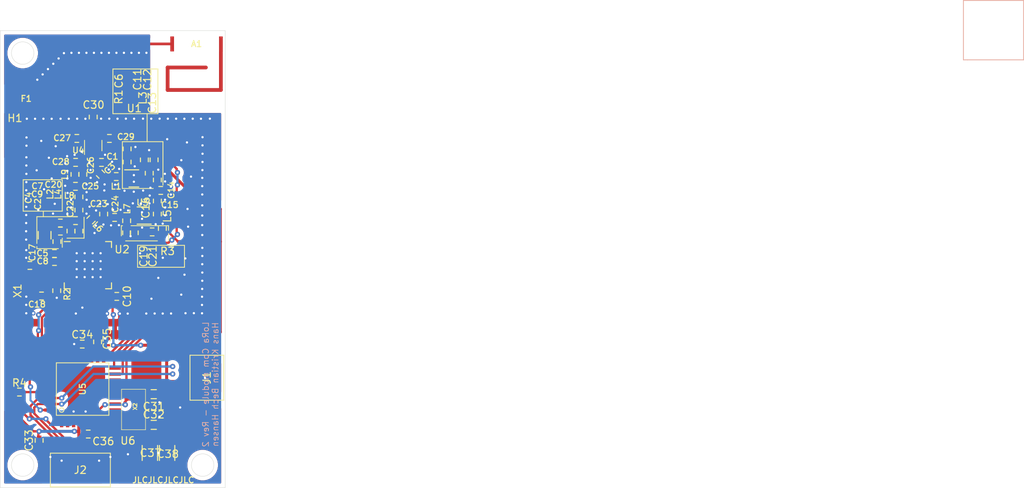
<source format=kicad_pcb>
(kicad_pcb (version 20171130) (host pcbnew "(5.1.4)-1")
  (title_block (title "LoRa Com module") (date 2019-12-13) (rev 2) (company "DTU Space") (comment 4 "Hans Kristian Bech Hansen"))
  (layers (0 F.Cu signal) (31 B.Cu signal) (34 B.Paste user hide) (35 F.Paste user hide) (36 B.SilkS user) (37 F.SilkS user) (38 B.Mask user hide) (39 F.Mask user hide) (44 Edge.Cuts user))
  (net 0 "")
  (net 1 /RF_RX)
  (net 2 GND)
  (net 3 "Net-(C3-Pad1)")
  (net 4 +3V3)
  (net 5 "Net-(C5-Pad1)")
  (net 6 "Net-(C7-Pad1)")
  (net 7 "Net-(C8-Pad1)")
  (net 8 "Net-(C13-Pad1)")
  (net 9 "Net-(C13-Pad2)")
  (net 10 "Net-(C15-Pad1)")
  (net 11 "Net-(C17-Pad2)")
  (net 12 "Net-(C18-Pad2)")
  (net 13 /SX1272_RF_TX)
  (net 14 "Net-(C22-Pad1)")
  (net 15 /LNA2_out)
  (net 16 "Net-(C24-Pad2)")
  (net 17 "Net-(C25-Pad1)")
  (net 18 "Net-(C25-Pad2)")
  (net 19 /RF_TX)
  (net 20 "Net-(C28-Pad2)")
  (net 21 /RXTX_SW)
  (net 22 "Net-(C30-Pad2)")
  (net 23 "Net-(C31-Pad2)")
  (net 24 "Net-(C32-Pad2)")
  (net 25 "Net-(C34-Pad1)")
  (net 26 /RX)
  (net 27 /TX)
  (net 28 "Net-(J2-Pad4)")
  (net 29 "Net-(L1-Pad1)")
  (net 30 "Net-(L4-Pad2)")
  (net 31 "Net-(L5-Pad1)")
  (net 32 /SX1272_RF_RX)
  (net 33 "Net-(R1-Pad2)")
  (net 34 "Net-(R3-Pad2)")
  (net 35 /Reset)
  (net 36 "Net-(U1-Pad8)")
  (net 37 "Net-(U1-Pad6)")
  (net 38 "Net-(U1-Pad5)")
  (net 39 "Net-(U1-Pad4)")
  (net 40 "Net-(U1-Pad3)")
  (net 41 /DIO0)
  (net 42 /DIO1)
  (net 43 /DIO2)
  (net 44 /DIO3)
  (net 45 /DIO4)
  (net 46 /DIO5)
  (net 47 /SCK)
  (net 48 /MISO)
  (net 49 /MOSI)
  (net 50 /RF_CS)
  (net 51 "Net-(U2-Pad21)")
  (net 52 "Net-(U2-Pad24)")
  (net 53 "Net-(U3-Pad3)")
  (net 54 "Net-(U3-Pad4)")
  (net 55 "Net-(U3-Pad5)")
  (net 56 "Net-(U3-Pad6)")
  (net 57 "Net-(U3-Pad8)")
  (net 58 "Net-(U5-Pad1)")
  (net 59 "Net-(U5-Pad2)")
  (net 60 "Net-(U5-Pad9)")
  (net 61 "Net-(U5-Pad10)")
  (net 62 "Net-(U5-Pad11)")
  (net 63 "Net-(U5-Pad12)")
  (net 64 "Net-(U5-Pad14)")
  (net 65 "Net-(U5-Pad19)")
  (net 66 "Net-(U5-Pad22)")
  (net 67 "Net-(L2-Pad2)")
  (net 68 /Reset_SX)
  (net 69 "Net-(A1-Pad1)")
  (net 70 /RF_antenna)
  (net 71 "Net-(C37-Pad1)")
  (net 72 "Net-(U6-Pad1)")
  (module dtusat:SAW_869MHz (layer F.Cu) (at 102.576 110.114)
    (fp_text reference F1 (at 0.889 -0.0254 180) (layer F.SilkS) (effects (font (size 0.8 0.8))))
    (fp_text value SAW_869MHz)
    (pad 6 smd rect (at -1.2 -1.125) (size 0.6 0.75) (layers F.Cu F.Paste F.Mask) (net 2 GND))
    (pad 2 smd rect (at 0 1.125) (size 0.6 0.75) (layers F.Cu F.Paste F.Mask) (net 70 /RF_antenna))
    (pad 3 smd rect (at 1.2 1.125) (size 0.6 0.75) (layers F.Cu F.Paste F.Mask) (net 2 GND))
    (pad 4 smd rect (at 1.2 -1.125) (size 0.6 0.75) (layers F.Cu F.Paste F.Mask) (net 2 GND))
    (pad 5 smd rect (at 0 -1.125) (size 0.6 0.75) (layers F.Cu F.Paste F.Mask) (net 69 "Net-(A1-Pad1)"))
    (pad 1 smd rect (at -1.2 0.75) (size 0.6 1.5) (layers F.Cu F.Paste F.Mask) (net 2 GND))
  )
  (module dtusat:via-0.6mm-0.3mm_drill (layer F.Cu) (at 117.01 157.57 180)
    (fp_text reference "" hide)
    (fp_text value "" hide)
    (pad 1 thru_hole circle (at -0.02368 0.01642 180) (size 0.6 0.6) (drill 0.3) (layers *.Cu *.Mask) (net 2 GND))
  )
  (module dtusat:XCL205 (layer F.Cu) (at 117.03368 157.55358)
    (fp_text reference U6 (at 0 -1.8034 180) (layer F.SilkS))
    (fp_text value XCL205)
    (pad GND smd rect (at 0 0) (size 1.5 1.1) (layers F.Cu F.Paste F.Mask) (net 2 GND))
    (pad 1 smd rect (at -0.55 0.8625) (size 0.35 0.375) (layers F.Cu F.Paste F.Mask) (net 72 "Net-(U6-Pad1)"))
    (pad 2 smd rect (at 0 0.8625) (size 0.35 0.375) (layers F.Cu F.Paste F.Mask) (net 2 GND))
    (pad 3 smd rect (at 0.55 0.8625) (size 0.35 0.375) (layers F.Cu F.Paste F.Mask) (net 4 +3V3))
    (pad 4 smd rect (at 0.55 -0.8625) (size 0.35 0.375) (layers F.Cu F.Paste F.Mask) (net 71 "Net-(C37-Pad1)"))
    (pad 5 smd rect (at 0 -0.8625) (size 0.35 0.375) (layers F.Cu F.Paste F.Mask) (net 2 GND))
    (pad 6 smd rect (at -0.55 -0.8625) (size 0.35 0.375) (layers F.Cu F.Paste F.Mask) (net 71 "Net-(C37-Pad1)"))
    (pad 8 smd rect (at 1.275 0) (size 0.35 2.1) (layers F.Cu F.Paste F.Mask) (net 4 +3V3))
    (pad 7 smd rect (at -1.275 0) (size 0.35 2.1) (layers F.Cu F.Paste F.Mask) (net 72 "Net-(U6-Pad1)"))
  )
  (module dtusat:via-0.6mm-0.3mm_drill (layer F.Cu) (at 124 151.31 180)
    (fp_text reference "" hide)
    (fp_text value "" hide)
    (pad 1 thru_hole circle (at 0 0 180) (size 0.6 0.6) (drill 0.3) (layers *.Cu *.Mask) (net 2 GND))
  )
  (module dtusat:via-0.6mm-0.3mm_drill (layer F.Cu) (at 127.31 147.37 180)
    (fp_text reference "" hide)
    (fp_text value "" hide)
    (pad 1 thru_hole circle (at 0 0 180) (size 0.6 0.6) (drill 0.3) (layers *.Cu *.Mask) (net 2 GND))
  )
  (module dtusat:Qwiic_4-pin (layer F.Cu) (at 127.56 147.34 90)
    (fp_text reference J1 (at 0 0 90) (layer F.SilkS))
    (fp_text value Qwiic_4pin)
    (pad GND smd rect (at 3 -2.25 90) (size 1 4) (drill (offset 0 2)) (layers F.Cu F.Paste F.Mask))
    (pad GND smd rect (at -3 -2.25 90) (size 1 4) (drill (offset 0 2)) (layers F.Cu F.Paste F.Mask))
    (pad 1 smd rect (at 1.5 -2.75 90) (size 0.5 1) (layers F.Cu F.Paste F.Mask) (net 26 /RX))
    (pad 2 smd rect (at 0.5 -2.75 90) (size 0.5 1) (layers F.Cu F.Paste F.Mask) (net 27 /TX))
    (pad 3 smd rect (at -0.5 -2.75 90) (size 0.5 1) (layers F.Cu F.Paste F.Mask) (net 4 +3V3))
    (pad 4 smd rect (at -1.5 -2.75 90) (size 0.5 1) (layers F.Cu F.Paste F.Mask) (net 2 GND))
  )
  (module dtusat:via-0.6mm-0.3mm_drill (layer F.Cu) (at 119.5 103.97)
    (fp_text reference "" hide)
    (fp_text value "" hide)
    (pad 1 thru_hole circle (at 0 0) (size 0.6 0.6) (drill 0.3) (layers *.Cu *.Mask) (net 2 GND))
  )
  (module dtusat:via-0.6mm-0.3mm_drill (layer F.Cu) (at 118.5 103.97)
    (fp_text reference "" hide)
    (fp_text value "" hide)
    (pad 1 thru_hole circle (at 0 0) (size 0.6 0.6) (drill 0.3) (layers *.Cu *.Mask) (net 2 GND))
  )
  (module dtusat:via-0.6mm-0.3mm_drill (layer F.Cu) (at 117.5 103.97)
    (fp_text reference "" hide)
    (fp_text value "" hide)
    (pad 1 thru_hole circle (at 0 0) (size 0.6 0.6) (drill 0.3) (layers *.Cu *.Mask) (net 2 GND))
  )
  (module dtusat:via-0.6mm-0.3mm_drill (layer F.Cu) (at 116.5 103.97)
    (fp_text reference "" hide)
    (fp_text value "" hide)
    (pad 1 thru_hole circle (at 0 0) (size 0.6 0.6) (drill 0.3) (layers *.Cu *.Mask) (net 2 GND))
  )
  (module dtusat:via-0.6mm-0.3mm_drill (layer F.Cu) (at 115.5 103.97)
    (fp_text reference "" hide)
    (fp_text value "" hide)
    (pad 1 thru_hole circle (at 0 0) (size 0.6 0.6) (drill 0.3) (layers *.Cu *.Mask) (net 2 GND))
  )
  (module dtusat:via-0.6mm-0.3mm_drill (layer F.Cu) (at 114.5 103.97)
    (fp_text reference "" hide)
    (fp_text value "" hide)
    (pad 1 thru_hole circle (at 0 0) (size 0.6 0.6) (drill 0.3) (layers *.Cu *.Mask) (net 2 GND))
  )
  (module dtusat:via-0.6mm-0.3mm_drill (layer F.Cu) (at 113.5 103.97)
    (fp_text reference "" hide)
    (fp_text value "" hide)
    (pad 1 thru_hole circle (at 0 0) (size 0.6 0.6) (drill 0.3) (layers *.Cu *.Mask) (net 2 GND))
  )
  (module dtusat:via-0.6mm-0.3mm_drill (layer F.Cu) (at 112.5 103.97)
    (fp_text reference "" hide)
    (fp_text value "" hide)
    (pad 1 thru_hole circle (at 0 0) (size 0.6 0.6) (drill 0.3) (layers *.Cu *.Mask) (net 2 GND))
  )
  (module dtusat:via-0.6mm-0.3mm_drill (layer F.Cu) (at 111.5 103.97)
    (fp_text reference "" hide)
    (fp_text value "" hide)
    (pad 1 thru_hole circle (at 0 0) (size 0.6 0.6) (drill 0.3) (layers *.Cu *.Mask) (net 2 GND))
  )
  (module dtusat:via-0.6mm-0.3mm_drill (layer F.Cu) (at 110.5 103.97)
    (fp_text reference "" hide)
    (fp_text value "" hide)
    (pad 1 thru_hole circle (at 0 0) (size 0.6 0.6) (drill 0.3) (layers *.Cu *.Mask) (net 2 GND))
  )
  (module dtusat:via-0.6mm-0.3mm_drill (layer F.Cu) (at 109.5 103.97)
    (fp_text reference "" hide)
    (fp_text value "" hide)
    (pad 1 thru_hole circle (at 0 0) (size 0.6 0.6) (drill 0.3) (layers *.Cu *.Mask) (net 2 GND))
  )
  (module dtusat:via-0.6mm-0.3mm_drill (layer F.Cu) (at 108.5 104.01)
    (fp_text reference "" hide)
    (fp_text value "" hide)
    (pad 1 thru_hole circle (at 0 0) (size 0.6 0.6) (drill 0.3) (layers *.Cu *.Mask) (net 2 GND))
  )
  (module dtusat:via-0.6mm-0.3mm_drill (layer F.Cu) (at 107.79 104.72)
    (fp_text reference "" hide)
    (fp_text value "" hide)
    (pad 1 thru_hole circle (at 0 0) (size 0.6 0.6) (drill 0.3) (layers *.Cu *.Mask) (net 2 GND))
  )
  (module dtusat:via-0.6mm-0.3mm_drill (layer F.Cu) (at 107.08 105.43)
    (fp_text reference "" hide)
    (fp_text value "" hide)
    (pad 1 thru_hole circle (at 0 0) (size 0.6 0.6) (drill 0.3) (layers *.Cu *.Mask) (net 2 GND))
  )
  (module dtusat:via-0.6mm-0.3mm_drill (layer F.Cu) (at 106.37 106.14)
    (fp_text reference "" hide)
    (fp_text value "" hide)
    (pad 1 thru_hole circle (at 0 0) (size 0.6 0.6) (drill 0.3) (layers *.Cu *.Mask) (net 2 GND))
  )
  (module dtusat:via-0.6mm-0.3mm_drill (layer F.Cu) (at 105.66 106.85)
    (fp_text reference "" hide)
    (fp_text value "" hide)
    (pad 1 thru_hole circle (at 0 0) (size 0.6 0.6) (drill 0.3) (layers *.Cu *.Mask) (net 2 GND))
  )
  (module dtusat:via-0.6mm-0.3mm_drill (layer F.Cu) (at 104.95 107.56)
    (fp_text reference "" hide)
    (fp_text value "" hide)
    (pad 1 thru_hole circle (at 0 0) (size 0.6 0.6) (drill 0.3) (layers *.Cu *.Mask) (net 2 GND))
  )
  (module dtusat:Antenna_868MHz (layer F.Cu) (at 126.18276 102.78102 180)
    (fp_text reference A1 (at 0 0) (layer F.SilkS) (effects (font (size 0.8 0.8))))
    (fp_text value 868MHz_ceramic_antenna)
    (pad 1 smd rect (at 3.25 0 180) (size 0.5 2) (layers F.Cu F.Paste F.Mask) (net 69 "Net-(A1-Pad1)"))
    (pad 2 smd rect (at -3.25 0 180) (size 0.5 2) (layers F.Cu F.Paste F.Mask))
  )
  (module dtusat:L0402 (layer F.Cu) (at 109.97756 120.19568 270)
    (fp_text reference L9 (at 0.0072 1.36144 90) (layer F.SilkS) (effects (font (size 0.8 0.8))))
    (fp_text value L_0402_5.6nH_CID3036)
    (pad 1 smd rect (at -0.45 0 270) (size 0.4 0.6) (layers F.Cu F.Paste F.Mask) (net 19 /RF_TX))
    (pad 2 smd rect (at 0.45 0 270) (size 0.4 0.6) (layers F.Cu F.Paste F.Mask) (net 17 "Net-(C25-Pad1)"))
  )
  (module dtusat:via-0.6mm-0.3mm_drill (layer F.Cu) (at 121.10022 157.38086 180)
    (fp_text reference "" hide)
    (fp_text value "" hide)
    (pad 1 thru_hole circle (at 0 0 180) (size 0.6 0.6) (drill 0.3) (layers *.Cu *.Mask) (net 2 GND))
  )
  (module dtusat:C1206 (layer F.Cu) (at 122.25846 157.38086 90)
    (fp_text reference C38 (at -0.14478 0.11938 180) (layer F.SilkS))
    (fp_text value C_1206_4.7uF_CID2013_small)
    (pad 2 smd rect (at 1.5 0 90) (size 1 1.6) (layers F.Cu F.Paste F.Mask) (net 2 GND))
    (pad 1 smd rect (at -1.5 0 90) (size 1 1.6) (layers F.Cu F.Paste F.Mask) (net 4 +3V3))
  )
  (module dtusat:C1206 (layer F.Cu) (at 119.95976 157.38086 270)
    (fp_text reference C37 (at 0 -0.11938 180) (layer F.SilkS))
    (fp_text value C_1206_4.7uF_CID2013_small)
    (pad 2 smd rect (at 1.5 0 270) (size 1 1.6) (layers F.Cu F.Paste F.Mask) (net 2 GND))
    (pad 1 smd rect (at -1.5 0 270) (size 1 1.6) (layers F.Cu F.Paste F.Mask) (net 71 "Net-(C37-Pad1)"))
  )
  (module dtusat:via-0.6mm-0.3mm_drill (layer F.Cu) (at 117.3842 128.44052)
    (fp_text reference "" hide)
    (fp_text value "" hide)
    (pad 1 thru_hole circle (at 0 0) (size 0.6 0.6) (drill 0.3) (layers *.Cu *.Mask) (net 2 GND))
  )
  (module dtusat:via-0.6mm-0.3mm_drill (layer F.Cu) (at 113.9679 142.1053 180)
    (fp_text reference "" hide)
    (fp_text value "" hide)
    (pad 1 thru_hole circle (at 0 0 180) (size 0.6 0.6) (drill 0.3) (layers *.Cu *.Mask) (net 2 GND))
  )
  (module dtusat:via-0.6mm-0.3mm_drill (layer F.Cu) (at 109.8658 142.8419 180)
    (fp_text reference "" hide)
    (fp_text value "" hide)
    (pad 1 thru_hole circle (at 0 0 180) (size 0.6 0.6) (drill 0.3) (layers *.Cu *.Mask) (net 2 GND))
  )
  (module dtusat:via-0.6mm-0.3mm_drill (layer F.Cu) (at 118.0319 116.5402)
    (fp_text reference "" hide)
    (fp_text value "" hide)
    (pad 1 thru_hole circle (at 0 0) (size 0.6 0.6) (drill 0.3) (layers *.Cu *.Mask) (net 2 GND))
  )
  (module dtusat:via-0.6mm-0.3mm_drill (layer F.Cu) (at 119.8607 116.9593)
    (fp_text reference "" hide)
    (fp_text value "" hide)
    (pad 1 thru_hole circle (at 0 0) (size 0.6 0.6) (drill 0.3) (layers *.Cu *.Mask) (net 2 GND))
  )
  (module dtusat:via-0.6mm-0.3mm_drill (layer F.Cu) (at 107.5417 136.6697)
    (fp_text reference "" hide)
    (fp_text value "" hide)
    (pad 1 thru_hole circle (at 0 0) (size 0.6 0.6) (drill 0.3) (layers *.Cu *.Mask) (net 2 GND))
  )
  (module dtusat:via-0.6mm-0.3mm_drill (layer F.Cu) (at 108.1913 158.4121 180)
    (fp_text reference "" hide)
    (fp_text value "" hide)
    (pad 1 thru_hole circle (at 0 0 180) (size 0.6 0.6) (drill 0.3) (layers *.Cu *.Mask) (net 2 GND))
  )
  (module dtusat:via-0.6mm-0.3mm_drill (layer F.Cu) (at 113.1913 158.4121 180)
    (fp_text reference "" hide)
    (fp_text value "" hide)
    (pad 1 thru_hole circle (at 0 0 180) (size 0.6 0.6) (drill 0.3) (layers *.Cu *.Mask) (net 2 GND))
  )
  (module dtusat:via-0.6mm-0.3mm_drill (layer F.Cu) (at 114.6918 157.9168 180)
    (fp_text reference "" hide)
    (fp_text value "" hide)
    (pad 1 thru_hole circle (at 0 0 180) (size 0.6 0.6) (drill 0.3) (layers *.Cu *.Mask) (net 2 GND))
  )
  (module dtusat:via-0.6mm-0.3mm_drill (layer F.Cu) (at 106.6908 157.9168 180)
    (fp_text reference "" hide)
    (fp_text value "" hide)
    (pad 1 thru_hole circle (at 0 0 180) (size 0.6 0.6) (drill 0.3) (layers *.Cu *.Mask) (net 2 GND))
  )
  (module dtusat:via-0.6mm-0.3mm_drill (layer F.Cu) (at 103.9476 156.15742 180)
    (fp_text reference "" hide)
    (fp_text value "" hide)
    (pad 1 thru_hole circle (at 0 0 180) (size 0.6 0.6) (drill 0.3) (layers *.Cu *.Mask) (net 2 GND))
  )
  (module dtusat:via-0.6mm-0.3mm_drill (layer F.Cu) (at 121.23 150.62 180)
    (fp_text reference "" hide)
    (fp_text value "" hide)
    (pad 1 thru_hole circle (at 0 0 180) (size 0.6 0.6) (drill 0.3) (layers *.Cu *.Mask) (net 2 GND))
  )
  (module dtusat:via-0.6mm-0.3mm_drill (layer F.Cu) (at 121.23 152.55 180)
    (fp_text reference "" hide)
    (fp_text value "" hide)
    (pad 1 thru_hole circle (at 0 0 180) (size 0.6 0.6) (drill 0.3) (layers *.Cu *.Mask) (net 2 GND))
  )
  (module dtusat:via-0.6mm-0.3mm_drill (layer F.Cu) (at 109.7896 151.8462 180)
    (fp_text reference "" hide)
    (fp_text value "" hide)
    (pad 1 thru_hole circle (at 0 0 180) (size 0.6 0.6) (drill 0.3) (layers *.Cu *.Mask) (net 2 GND))
  )
  (module dtusat:via-0.6mm-0.3mm_drill (layer F.Cu) (at 111.3898 151.8462 180)
    (fp_text reference "" hide)
    (fp_text value "" hide)
    (pad 1 thru_hole circle (at 0 0 180) (size 0.6 0.6) (drill 0.3) (layers *.Cu *.Mask) (net 2 GND))
  )
  (module dtusat:via-0.6mm-0.3mm_drill (layer F.Cu) (at 118.91244 126.1282)
    (fp_text reference "" hide)
    (fp_text value "" hide)
    (pad 1 thru_hole circle (at 0 0) (size 0.6 0.6) (drill 0.3) (layers *.Cu *.Mask) (net 2 GND))
  )
  (module dtusat:via-0.6mm-0.3mm_drill (layer F.Cu) (at 118.91244 125.2482)
    (fp_text reference "" hide)
    (fp_text value "" hide)
    (pad 1 thru_hole circle (at 0 0) (size 0.6 0.6) (drill 0.3) (layers *.Cu *.Mask) (net 2 GND))
  )
  (module dtusat:via-0.6mm-0.3mm_drill (layer F.Cu) (at 117.82616 121.17628)
    (fp_text reference "" hide)
    (fp_text value "" hide)
    (pad 1 thru_hole circle (at 0 0) (size 0.6 0.6) (drill 0.3) (layers *.Cu *.Mask) (net 2 GND))
  )
  (module dtusat:via-0.6mm-0.3mm_drill (layer F.Cu) (at 117.82616 120.29628)
    (fp_text reference "" hide)
    (fp_text value "" hide)
    (pad 1 thru_hole circle (at 0 0) (size 0.6 0.6) (drill 0.3) (layers *.Cu *.Mask) (net 2 GND))
  )
  (module dtusat:via-0.6mm-0.3mm_drill (layer F.Cu) (at 120.16804 136.79162)
    (fp_text reference "" hide)
    (fp_text value "" hide)
    (pad 1 thru_hole circle (at 0 0) (size 0.6 0.6) (drill 0.3) (layers *.Cu *.Mask) (net 2 GND))
  )
  (module dtusat:via-0.6mm-0.3mm_drill (layer F.Cu) (at 124.14568 136.24806)
    (fp_text reference "" hide)
    (fp_text value "" hide)
    (pad 1 thru_hole circle (at 0 0) (size 0.6 0.6) (drill 0.3) (layers *.Cu *.Mask) (net 2 GND))
  )
  (module dtusat:via-0.6mm-0.3mm_drill (layer F.Cu) (at 124.57494 133.58614)
    (fp_text reference "" hide)
    (fp_text value "" hide)
    (pad 1 thru_hole circle (at 0 0) (size 0.6 0.6) (drill 0.3) (layers *.Cu *.Mask) (net 2 GND))
  )
  (module dtusat:via-0.6mm-0.3mm_drill (layer F.Cu) (at 121.08498 134.0154)
    (fp_text reference "" hide)
    (fp_text value "" hide)
    (pad 1 thru_hole circle (at 0 0) (size 0.6 0.6) (drill 0.3) (layers *.Cu *.Mask) (net 2 GND))
  )
  (module dtusat:via-0.6mm-0.3mm_drill (layer F.Cu) (at 121.68442 131.32808)
    (fp_text reference "" hide)
    (fp_text value "" hide)
    (pad 1 thru_hole circle (at 0 0) (size 0.6 0.6) (drill 0.3) (layers *.Cu *.Mask) (net 2 GND))
  )
  (module dtusat:via-0.6mm-0.3mm_drill (layer F.Cu) (at 118.65166 130.7261)
    (fp_text reference "" hide)
    (fp_text value "" hide)
    (pad 1 thru_hole circle (at 0 0) (size 0.6 0.6) (drill 0.3) (layers *.Cu *.Mask) (net 2 GND))
  )
  (module dtusat:via-0.6mm-0.3mm_drill (layer F.Cu) (at 124.68924 131.4119)
    (fp_text reference "" hide)
    (fp_text value "" hide)
    (pad 1 thru_hole circle (at 0 0) (size 0.6 0.6) (drill 0.3) (layers *.Cu *.Mask) (net 2 GND))
  )
  (module dtusat:via-0.6mm-0.3mm_drill (layer F.Cu) (at 122.27116 115.49626)
    (fp_text reference "" hide)
    (fp_text value "" hide)
    (pad 1 thru_hole circle (at 0 0) (size 0.6 0.6) (drill 0.3) (layers *.Cu *.Mask) (net 2 GND))
  )
  (module dtusat:via-0.6mm-0.3mm_drill (layer F.Cu) (at 124.90514 115.92806)
    (fp_text reference "" hide)
    (fp_text value "" hide)
    (pad 1 thru_hole circle (at 0 0) (size 0.6 0.6) (drill 0.3) (layers *.Cu *.Mask) (net 2 GND))
  )
  (module dtusat:via-0.6mm-0.3mm_drill (layer F.Cu) (at 124.1533 118.30042)
    (fp_text reference "" hide)
    (fp_text value "" hide)
    (pad 1 thru_hole circle (at 0 0) (size 0.6 0.6) (drill 0.3) (layers *.Cu *.Mask) (net 2 GND))
  )
  (module dtusat:via-0.6mm-0.3mm_drill (layer F.Cu) (at 125.44616 120.49244)
    (fp_text reference "" hide)
    (fp_text value "" hide)
    (pad 1 thru_hole circle (at 0 0) (size 0.6 0.6) (drill 0.3) (layers *.Cu *.Mask) (net 2 GND))
  )
  (module dtusat:via-0.6mm-0.3mm_drill (layer F.Cu) (at 124.98134 124.81044)
    (fp_text reference "" hide)
    (fp_text value "" hide)
    (pad 1 thru_hole circle (at 0 0) (size 0.6 0.6) (drill 0.3) (layers *.Cu *.Mask) (net 2 GND))
  )
  (module dtusat:via-0.6mm-0.3mm_drill (layer F.Cu) (at 125.06008 127.17518)
    (fp_text reference "" hide)
    (fp_text value "" hide)
    (pad 1 thru_hole circle (at 0 0) (size 0.6 0.6) (drill 0.3) (layers *.Cu *.Mask) (net 2 GND))
  )
  (module dtusat:via-0.6mm-0.3mm_drill (layer F.Cu) (at 107.0464 125.42258)
    (fp_text reference "" hide)
    (fp_text value "" hide)
    (pad 1 thru_hole circle (at 0 0) (size 0.6 0.6) (drill 0.3) (layers *.Cu *.Mask) (net 2 GND))
  )
  (module dtusat:via-0.6mm-0.3mm_drill (layer F.Cu) (at 105.08044 124.94506)
    (fp_text reference "" hide)
    (fp_text value "" hide)
    (pad 1 thru_hole circle (at 0 0) (size 0.6 0.6) (drill 0.3) (layers *.Cu *.Mask) (net 2 GND))
  )
  (module dtusat:via-0.6mm-0.3mm_drill (layer F.Cu) (at 104.862 119.6517)
    (fp_text reference "" hide)
    (fp_text value "" hide)
    (pad 1 thru_hole circle (at 0 0) (size 0.6 0.6) (drill 0.3) (layers *.Cu *.Mask) (net 2 GND))
  )
  (module dtusat:via-0.6mm-0.3mm_drill (layer F.Cu) (at 106.8686 120.7439)
    (fp_text reference "" hide)
    (fp_text value "" hide)
    (pad 1 thru_hole circle (at 0 0) (size 0.6 0.6) (drill 0.3) (layers *.Cu *.Mask) (net 2 GND))
  )
  (module dtusat:via-0.6mm-0.3mm_drill (layer F.Cu) (at 107.402 116.43352)
    (fp_text reference "" hide)
    (fp_text value "" hide)
    (pad 1 thru_hole circle (at 0 0) (size 0.6 0.6) (drill 0.3) (layers *.Cu *.Mask) (net 2 GND))
  )
  (module dtusat:via-0.6mm-0.3mm_drill (layer F.Cu) (at 107.275 124.1221)
    (fp_text reference "" hide)
    (fp_text value "" hide)
    (pad 1 thru_hole circle (at 0 0) (size 0.6 0.6) (drill 0.3) (layers *.Cu *.Mask) (net 2 GND))
  )
  (module dtusat:via-0.6mm-0.3mm_drill (layer F.Cu) (at 106.49268 117.9753)
    (fp_text reference "" hide)
    (fp_text value "" hide)
    (pad 1 thru_hole circle (at 0 0) (size 0.6 0.6) (drill 0.3) (layers *.Cu *.Mask) (net 2 GND))
  )
  (module dtusat:via-0.6mm-0.3mm_drill (layer F.Cu) (at 105.8526 122.179)
    (fp_text reference "" hide)
    (fp_text value "" hide)
    (pad 1 thru_hole circle (at 0 0) (size 0.6 0.6) (drill 0.3) (layers *.Cu *.Mask) (net 2 GND))
  )
  (module dtusat:via-0.6mm-0.3mm_drill (layer F.Cu) (at 105.47668 115.72486)
    (fp_text reference "" hide)
    (fp_text value "" hide)
    (pad 1 thru_hole circle (at 0 0) (size 0.6 0.6) (drill 0.3) (layers *.Cu *.Mask) (net 2 GND))
  )
  (module dtusat:via-0.6mm-0.3mm_drill (layer F.Cu) (at 114.22698 138.76774)
    (fp_text reference "" hide)
    (fp_text value "" hide)
    (pad 1 thru_hole circle (at 0 0) (size 0.6 0.6) (drill 0.3) (layers *.Cu *.Mask) (net 2 GND))
  )
  (module dtusat:via-0.6mm-0.3mm_drill (layer F.Cu) (at 115.95672 138.78044 180)
    (fp_text reference "" hide)
    (fp_text value "" hide)
    (pad 1 thru_hole circle (at 0 0 180) (size 0.6 0.6) (drill 0.3) (layers *.Cu *.Mask) (net 2 GND))
  )
  (module dtusat:via-0.6mm-0.3mm_drill (layer F.Cu) (at 117.0032 138.7779 180)
    (fp_text reference "" hide)
    (fp_text value "" hide)
    (pad 1 thru_hole circle (at 0 0 180) (size 0.6 0.6) (drill 0.3) (layers *.Cu *.Mask) (net 2 GND))
  )
  (module dtusat:via-0.6mm-0.3mm_drill (layer F.Cu) (at 120.5973 138.7652 180)
    (fp_text reference "" hide)
    (fp_text value "" hide)
    (pad 1 thru_hole circle (at 0 0 180) (size 0.6 0.6) (drill 0.3) (layers *.Cu *.Mask) (net 2 GND))
  )
  (module dtusat:via-0.6mm-0.3mm_drill (layer F.Cu) (at 119.48224 138.77028 180)
    (fp_text reference "" hide)
    (fp_text value "" hide)
    (pad 1 thru_hole circle (at 0 0 180) (size 0.6 0.6) (drill 0.3) (layers *.Cu *.Mask) (net 2 GND))
  )
  (module dtusat:via-0.6mm-0.3mm_drill (layer F.Cu) (at 121.67172 138.77028 180)
    (fp_text reference "" hide)
    (fp_text value "" hide)
    (pad 1 thru_hole circle (at 0 0 180) (size 0.6 0.6) (drill 0.3) (layers *.Cu *.Mask) (net 2 GND))
  )
  (module dtusat:via-0.6mm-0.3mm_drill (layer F.Cu) (at 122.78678 138.7652 180)
    (fp_text reference "" hide)
    (fp_text value "" hide)
    (pad 1 thru_hole circle (at 0 0 180) (size 0.6 0.6) (drill 0.3) (layers *.Cu *.Mask) (net 2 GND))
  )
  (module dtusat:via-0.6mm-0.3mm_drill (layer F.Cu) (at 124.7121 138.7271 180)
    (fp_text reference "" hide)
    (fp_text value "" hide)
    (pad 1 thru_hole circle (at 0 0 180) (size 0.6 0.6) (drill 0.3) (layers *.Cu *.Mask) (net 2 GND))
  )
  (module dtusat:via-0.6mm-0.3mm_drill (layer F.Cu) (at 125.82716 138.72202 180)
    (fp_text reference "" hide)
    (fp_text value "" hide)
    (pad 1 thru_hole circle (at 0 0 180) (size 0.6 0.6) (drill 0.3) (layers *.Cu *.Mask) (net 2 GND))
  )
  (module dtusat:via-0.6mm-0.3mm_drill (layer F.Cu) (at 126.91682 138.73726 90)
    (fp_text reference "" hide)
    (fp_text value "" hide)
    (pad 1 thru_hole circle (at 0 0 90) (size 0.6 0.6) (drill 0.3) (layers *.Cu *.Mask) (net 2 GND))
  )
  (module dtusat:via-0.6mm-0.3mm_drill (layer F.Cu) (at 126.91174 137.6222 90)
    (fp_text reference "" hide)
    (fp_text value "" hide)
    (pad 1 thru_hole circle (at 0 0 90) (size 0.6 0.6) (drill 0.3) (layers *.Cu *.Mask) (net 2 GND))
  )
  (module dtusat:via-0.6mm-0.3mm_drill (layer F.Cu) (at 126.95238 131.08678 90)
    (fp_text reference "" hide)
    (fp_text value "" hide)
    (pad 1 thru_hole circle (at 0 0 90) (size 0.6 0.6) (drill 0.3) (layers *.Cu *.Mask) (net 2 GND))
  )
  (module dtusat:via-0.6mm-0.3mm_drill (layer F.Cu) (at 126.9473 134.3964 90)
    (fp_text reference "" hide)
    (fp_text value "" hide)
    (pad 1 thru_hole circle (at 0 0 90) (size 0.6 0.6) (drill 0.3) (layers *.Cu *.Mask) (net 2 GND))
  )
  (module dtusat:via-0.6mm-0.3mm_drill (layer F.Cu) (at 126.95238 133.29912 90)
    (fp_text reference "" hide)
    (fp_text value "" hide)
    (pad 1 thru_hole circle (at 0 0 90) (size 0.6 0.6) (drill 0.3) (layers *.Cu *.Mask) (net 2 GND))
  )
  (module dtusat:via-0.6mm-0.3mm_drill (layer F.Cu) (at 126.9346 135.48352 90)
    (fp_text reference "" hide)
    (fp_text value "" hide)
    (pad 1 thru_hole circle (at 0 0 90) (size 0.6 0.6) (drill 0.3) (layers *.Cu *.Mask) (net 2 GND))
  )
  (module dtusat:via-0.6mm-0.3mm_drill (layer F.Cu) (at 126.91682 136.52492 90)
    (fp_text reference "" hide)
    (fp_text value "" hide)
    (pad 1 thru_hole circle (at 0 0 90) (size 0.6 0.6) (drill 0.3) (layers *.Cu *.Mask) (net 2 GND))
  )
  (module dtusat:via-0.6mm-0.3mm_drill (layer F.Cu) (at 126.9473 132.18406 90)
    (fp_text reference "" hide)
    (fp_text value "" hide)
    (pad 1 thru_hole circle (at 0 0 90) (size 0.6 0.6) (drill 0.3) (layers *.Cu *.Mask) (net 2 GND))
  )
  (module dtusat:via-0.6mm-0.3mm_drill (layer F.Cu) (at 123.46242 112.76322)
    (fp_text reference "" hide)
    (fp_text value "" hide)
    (pad 1 thru_hole circle (at 0 0) (size 0.6 0.6) (drill 0.3) (layers *.Cu *.Mask) (net 2 GND))
  )
  (module dtusat:via-0.6mm-0.3mm_drill (layer F.Cu) (at 126.77204 112.7683)
    (fp_text reference "" hide)
    (fp_text value "" hide)
    (pad 1 thru_hole circle (at 0 0) (size 0.6 0.6) (drill 0.3) (layers *.Cu *.Mask) (net 2 GND))
  )
  (module dtusat:via-0.6mm-0.3mm_drill (layer F.Cu) (at 125.67476 112.76322)
    (fp_text reference "" hide)
    (fp_text value "" hide)
    (pad 1 thru_hole circle (at 0 0) (size 0.6 0.6) (drill 0.3) (layers *.Cu *.Mask) (net 2 GND))
  )
  (module dtusat:via-0.6mm-0.3mm_drill (layer F.Cu) (at 126.95492 130.00474 90)
    (fp_text reference "" hide)
    (fp_text value "" hide)
    (pad 1 thru_hole circle (at 0 0 90) (size 0.6 0.6) (drill 0.3) (layers *.Cu *.Mask) (net 2 GND))
  )
  (module dtusat:via-0.6mm-0.3mm_drill (layer F.Cu) (at 124.5597 112.7683)
    (fp_text reference "" hide)
    (fp_text value "" hide)
    (pad 1 thru_hole circle (at 0 0) (size 0.6 0.6) (drill 0.3) (layers *.Cu *.Mask) (net 2 GND))
  )
  (module dtusat:via-0.6mm-0.3mm_drill (layer F.Cu) (at 127.96076 112.76068)
    (fp_text reference "" hide)
    (fp_text value "" hide)
    (pad 1 thru_hole circle (at 0 0) (size 0.6 0.6) (drill 0.3) (layers *.Cu *.Mask) (net 2 GND))
  )
  (module dtusat:via-0.6mm-0.3mm_drill (layer F.Cu) (at 126.9473 128.29024 90)
    (fp_text reference "" hide)
    (fp_text value "" hide)
    (pad 1 thru_hole circle (at 0 0 90) (size 0.6 0.6) (drill 0.3) (layers *.Cu *.Mask) (net 2 GND))
  )
  (module dtusat:via-0.6mm-0.3mm_drill (layer F.Cu) (at 126.93968 126.9669 90)
    (fp_text reference "" hide)
    (fp_text value "" hide)
    (pad 1 thru_hole circle (at 0 0 90) (size 0.6 0.6) (drill 0.3) (layers *.Cu *.Mask) (net 2 GND))
  )
  (module dtusat:via-0.6mm-0.3mm_drill (layer F.Cu) (at 117.85664 112.76576)
    (fp_text reference "" hide)
    (fp_text value "" hide)
    (pad 1 thru_hole circle (at 0 0) (size 0.6 0.6) (drill 0.3) (layers *.Cu *.Mask) (net 2 GND))
  )
  (module dtusat:via-0.6mm-0.3mm_drill (layer F.Cu) (at 116.75936 112.76068)
    (fp_text reference "" hide)
    (fp_text value "" hide)
    (pad 1 thru_hole circle (at 0 0) (size 0.6 0.6) (drill 0.3) (layers *.Cu *.Mask) (net 2 GND))
  )
  (module dtusat:via-0.6mm-0.3mm_drill (layer F.Cu) (at 114.54702 112.76068)
    (fp_text reference "" hide)
    (fp_text value "" hide)
    (pad 1 thru_hole circle (at 0 0) (size 0.6 0.6) (drill 0.3) (layers *.Cu *.Mask) (net 2 GND))
  )
  (module dtusat:via-0.6mm-0.3mm_drill (layer F.Cu) (at 115.6443 112.76576)
    (fp_text reference "" hide)
    (fp_text value "" hide)
    (pad 1 thru_hole circle (at 0 0) (size 0.6 0.6) (drill 0.3) (layers *.Cu *.Mask) (net 2 GND))
  )
  (module dtusat:via-0.6mm-0.3mm_drill (layer F.Cu) (at 119.04536 112.75814)
    (fp_text reference "" hide)
    (fp_text value "" hide)
    (pad 1 thru_hole circle (at 0 0) (size 0.6 0.6) (drill 0.3) (layers *.Cu *.Mask) (net 2 GND))
  )
  (module dtusat:via-0.6mm-0.3mm_drill (layer F.Cu) (at 120.14264 112.76322)
    (fp_text reference "" hide)
    (fp_text value "" hide)
    (pad 1 thru_hole circle (at 0 0) (size 0.6 0.6) (drill 0.3) (layers *.Cu *.Mask) (net 2 GND))
  )
  (module dtusat:via-0.6mm-0.3mm_drill (layer F.Cu) (at 121.2577 112.75814)
    (fp_text reference "" hide)
    (fp_text value "" hide)
    (pad 1 thru_hole circle (at 0 0) (size 0.6 0.6) (drill 0.3) (layers *.Cu *.Mask) (net 2 GND))
  )
  (module dtusat:via-0.6mm-0.3mm_drill (layer F.Cu) (at 122.35498 112.76322)
    (fp_text reference "" hide)
    (fp_text value "" hide)
    (pad 1 thru_hole circle (at 0 0) (size 0.6 0.6) (drill 0.3) (layers *.Cu *.Mask) (net 2 GND))
  )
  (module dtusat:via-0.6mm-0.3mm_drill (layer F.Cu) (at 126.9473 120.66516 90)
    (fp_text reference "" hide)
    (fp_text value "" hide)
    (pad 1 thru_hole circle (at 0 0 90) (size 0.6 0.6) (drill 0.3) (layers *.Cu *.Mask) (net 2 GND))
  )
  (module dtusat:via-0.6mm-0.3mm_drill (layer F.Cu) (at 126.9473 125.6842 90)
    (fp_text reference "" hide)
    (fp_text value "" hide)
    (pad 1 thru_hole circle (at 0 0 90) (size 0.6 0.6) (drill 0.3) (layers *.Cu *.Mask) (net 2 GND))
  )
  (module dtusat:via-0.6mm-0.3mm_drill (layer F.Cu) (at 126.9473 122.8775 90)
    (fp_text reference "" hide)
    (fp_text value "" hide)
    (pad 1 thru_hole circle (at 0 0 90) (size 0.6 0.6) (drill 0.3) (layers *.Cu *.Mask) (net 2 GND))
  )
  (module dtusat:via-0.6mm-0.3mm_drill (layer F.Cu) (at 126.9473 124.33292 90)
    (fp_text reference "" hide)
    (fp_text value "" hide)
    (pad 1 thru_hole circle (at 0 0 90) (size 0.6 0.6) (drill 0.3) (layers *.Cu *.Mask) (net 2 GND))
  )
  (module dtusat:via-0.6mm-0.3mm_drill (layer F.Cu) (at 126.94222 121.76244 90)
    (fp_text reference "" hide)
    (fp_text value "" hide)
    (pad 1 thru_hole circle (at 0 0 90) (size 0.6 0.6) (drill 0.3) (layers *.Cu *.Mask) (net 2 GND))
  )
  (module dtusat:via-0.6mm-0.3mm_drill (layer F.Cu) (at 126.97778 116.3243 90)
    (fp_text reference "" hide)
    (fp_text value "" hide)
    (pad 1 thru_hole circle (at 0 0 90) (size 0.6 0.6) (drill 0.3) (layers *.Cu *.Mask) (net 2 GND))
  )
  (module dtusat:via-0.6mm-0.3mm_drill (layer F.Cu) (at 126.98286 115.22702 90)
    (fp_text reference "" hide)
    (fp_text value "" hide)
    (pad 1 thru_hole circle (at 0 0 90) (size 0.6 0.6) (drill 0.3) (layers *.Cu *.Mask) (net 2 GND))
  )
  (module dtusat:via-0.6mm-0.3mm_drill (layer F.Cu) (at 126.97778 118.53664 90)
    (fp_text reference "" hide)
    (fp_text value "" hide)
    (pad 1 thru_hole circle (at 0 0 90) (size 0.6 0.6) (drill 0.3) (layers *.Cu *.Mask) (net 2 GND))
  )
  (module dtusat:via-0.6mm-0.3mm_drill (layer F.Cu) (at 126.98286 117.43936 90)
    (fp_text reference "" hide)
    (fp_text value "" hide)
    (pad 1 thru_hole circle (at 0 0 90) (size 0.6 0.6) (drill 0.3) (layers *.Cu *.Mask) (net 2 GND))
  )
  (module dtusat:via-0.6mm-0.3mm_drill (layer F.Cu) (at 126.96508 119.62376 90)
    (fp_text reference "" hide)
    (fp_text value "" hide)
    (pad 1 thru_hole circle (at 0 0 90) (size 0.6 0.6) (drill 0.3) (layers *.Cu *.Mask) (net 2 GND))
  )
  (module dtusat:via-0.6mm-0.3mm_drill (layer F.Cu) (at 110.958 137.9778 90)
    (fp_text reference "" hide)
    (fp_text value "" hide)
    (pad 1 thru_hole circle (at 0 0 90) (size 0.6 0.6) (drill 0.3) (layers *.Cu *.Mask) (net 2 GND))
  )
  (module dtusat:via-0.6mm-0.3mm_drill (layer F.Cu) (at 110.08932 138.76774 90)
    (fp_text reference "" hide)
    (fp_text value "" hide)
    (pad 1 thru_hole circle (at 0 0 90) (size 0.6 0.6) (drill 0.3) (layers *.Cu *.Mask) (net 2 GND))
  )
  (module dtusat:via-0.6mm-0.3mm_drill (layer F.Cu) (at 104.4048 138.7271 90)
    (fp_text reference "" hide)
    (fp_text value "" hide)
    (pad 1 thru_hole circle (at 0 0 90) (size 0.6 0.6) (drill 0.3) (layers *.Cu *.Mask) (net 2 GND))
  )
  (module dtusat:via-0.6mm-0.3mm_drill (layer F.Cu) (at 103.4777 138.73472 90)
    (fp_text reference "" hide)
    (fp_text value "" hide)
    (pad 1 thru_hole circle (at 0 0 90) (size 0.6 0.6) (drill 0.3) (layers *.Cu *.Mask) (net 2 GND))
  )
  (module dtusat:via-0.6mm-0.3mm_drill (layer F.Cu) (at 103.4777 136.51476 90)
    (fp_text reference "" hide)
    (fp_text value "" hide)
    (pad 1 thru_hole circle (at 0 0 90) (size 0.6 0.6) (drill 0.3) (layers *.Cu *.Mask) (net 2 GND))
  )
  (module dtusat:via-0.6mm-0.3mm_drill (layer F.Cu) (at 103.47262 137.61204 90)
    (fp_text reference "" hide)
    (fp_text value "" hide)
    (pad 1 thru_hole circle (at 0 0 90) (size 0.6 0.6) (drill 0.3) (layers *.Cu *.Mask) (net 2 GND))
  )
  (module dtusat:via-0.6mm-0.3mm_drill (layer F.Cu) (at 103.5031 116.36494 90)
    (fp_text reference "" hide)
    (fp_text value "" hide)
    (pad 1 thru_hole circle (at 0 0 90) (size 0.6 0.6) (drill 0.3) (layers *.Cu *.Mask) (net 2 GND))
  )
  (module dtusat:via-0.6mm-0.3mm_drill (layer F.Cu) (at 103.50818 115.26766 90)
    (fp_text reference "" hide)
    (fp_text value "" hide)
    (pad 1 thru_hole circle (at 0 0 90) (size 0.6 0.6) (drill 0.3) (layers *.Cu *.Mask) (net 2 GND))
  )
  (module dtusat:via-0.6mm-0.3mm_drill (layer F.Cu) (at 103.46754 131.33316 90)
    (fp_text reference "" hide)
    (fp_text value "" hide)
    (pad 1 thru_hole circle (at 0 0 90) (size 0.6 0.6) (drill 0.3) (layers *.Cu *.Mask) (net 2 GND))
  )
  (module dtusat:via-0.6mm-0.3mm_drill (layer F.Cu) (at 103.465 128.90238 90)
    (fp_text reference "" hide)
    (fp_text value "" hide)
    (pad 1 thru_hole circle (at 0 0 90) (size 0.6 0.6) (drill 0.3) (layers *.Cu *.Mask) (net 2 GND))
  )
  (module dtusat:via-0.6mm-0.3mm_drill (layer F.Cu) (at 103.45992 127.78732 90)
    (fp_text reference "" hide)
    (fp_text value "" hide)
    (pad 1 thru_hole circle (at 0 0 90) (size 0.6 0.6) (drill 0.3) (layers *.Cu *.Mask) (net 2 GND))
  )
  (module dtusat:via-0.6mm-0.3mm_drill (layer F.Cu) (at 103.47516 130.307 90)
    (fp_text reference "" hide)
    (fp_text value "" hide)
    (pad 1 thru_hole circle (at 0 0 90) (size 0.6 0.6) (drill 0.3) (layers *.Cu *.Mask) (net 2 GND))
  )
  (module dtusat:via-0.6mm-0.3mm_drill (layer F.Cu) (at 103.465 126.69004 90)
    (fp_text reference "" hide)
    (fp_text value "" hide)
    (pad 1 thru_hole circle (at 0 0 90) (size 0.6 0.6) (drill 0.3) (layers *.Cu *.Mask) (net 2 GND))
  )
  (module dtusat:via-0.6mm-0.3mm_drill (layer F.Cu) (at 103.47008 123.40836 90)
    (fp_text reference "" hide)
    (fp_text value "" hide)
    (pad 1 thru_hole circle (at 0 0 90) (size 0.6 0.6) (drill 0.3) (layers *.Cu *.Mask) (net 2 GND))
  )
  (module dtusat:via-0.6mm-0.3mm_drill (layer F.Cu) (at 103.47516 122.31108 90)
    (fp_text reference "" hide)
    (fp_text value "" hide)
    (pad 1 thru_hole circle (at 0 0 90) (size 0.6 0.6) (drill 0.3) (layers *.Cu *.Mask) (net 2 GND))
  )
  (module dtusat:via-0.6mm-0.3mm_drill (layer F.Cu) (at 103.47008 125.6207 90)
    (fp_text reference "" hide)
    (fp_text value "" hide)
    (pad 1 thru_hole circle (at 0 0 90) (size 0.6 0.6) (drill 0.3) (layers *.Cu *.Mask) (net 2 GND))
  )
  (module dtusat:via-0.6mm-0.3mm_drill (layer F.Cu) (at 103.47516 124.52342 90)
    (fp_text reference "" hide)
    (fp_text value "" hide)
    (pad 1 thru_hole circle (at 0 0 90) (size 0.6 0.6) (drill 0.3) (layers *.Cu *.Mask) (net 2 GND))
  )
  (module dtusat:via-0.6mm-0.3mm_drill (layer F.Cu) (at 103.49294 117.91434 90)
    (fp_text reference "" hide)
    (fp_text value "" hide)
    (pad 1 thru_hole circle (at 0 0 90) (size 0.6 0.6) (drill 0.3) (layers *.Cu *.Mask) (net 2 GND))
  )
  (module dtusat:via-0.6mm-0.3mm_drill (layer F.Cu) (at 103.48786 119.01162 90)
    (fp_text reference "" hide)
    (fp_text value "" hide)
    (pad 1 thru_hole circle (at 0 0 90) (size 0.6 0.6) (drill 0.3) (layers *.Cu *.Mask) (net 2 GND))
  )
  (module dtusat:via-0.6mm-0.3mm_drill (layer F.Cu) (at 103.48786 121.22396 90)
    (fp_text reference "" hide)
    (fp_text value "" hide)
    (pad 1 thru_hole circle (at 0 0 90) (size 0.6 0.6) (drill 0.3) (layers *.Cu *.Mask) (net 2 GND))
  )
  (module dtusat:via-0.6mm-0.3mm_drill (layer F.Cu) (at 103.49294 120.12668 90)
    (fp_text reference "" hide)
    (fp_text value "" hide)
    (pad 1 thru_hole circle (at 0 0 90) (size 0.6 0.6) (drill 0.3) (layers *.Cu *.Mask) (net 2 GND))
  )
  (module dtusat:via-0.6mm-0.3mm_drill (layer F.Cu) (at 103.5539 112.7683)
    (fp_text reference "" hide)
    (fp_text value "" hide)
    (pad 1 thru_hole circle (at 0 0) (size 0.6 0.6) (drill 0.3) (layers *.Cu *.Mask) (net 2 GND))
  )
  (module dtusat:via-0.6mm-0.3mm_drill (layer F.Cu) (at 104.65118 112.77338)
    (fp_text reference "" hide)
    (fp_text value "" hide)
    (pad 1 thru_hole circle (at 0 0) (size 0.6 0.6) (drill 0.3) (layers *.Cu *.Mask) (net 2 GND))
  )
  (module dtusat:via-0.6mm-0.3mm_drill (layer F.Cu) (at 105.76624 112.7683)
    (fp_text reference "" hide)
    (fp_text value "" hide)
    (pad 1 thru_hole circle (at 0 0) (size 0.6 0.6) (drill 0.3) (layers *.Cu *.Mask) (net 2 GND))
  )
  (module dtusat:via-0.6mm-0.3mm_drill (layer F.Cu) (at 106.86352 112.77338)
    (fp_text reference "" hide)
    (fp_text value "" hide)
    (pad 1 thru_hole circle (at 0 0) (size 0.6 0.6) (drill 0.3) (layers *.Cu *.Mask) (net 2 GND))
  )
  (module dtusat:via-0.6mm-0.3mm_drill (layer F.Cu) (at 108.05224 112.76576)
    (fp_text reference "" hide)
    (fp_text value "" hide)
    (pad 1 thru_hole circle (at 0 0) (size 0.6 0.6) (drill 0.3) (layers *.Cu *.Mask) (net 2 GND))
  )
  (module dtusat:via-0.6mm-0.3mm_drill (layer F.Cu) (at 109.14952 112.77084)
    (fp_text reference "" hide)
    (fp_text value "" hide)
    (pad 1 thru_hole circle (at 0 0) (size 0.6 0.6) (drill 0.3) (layers *.Cu *.Mask) (net 2 GND))
  )
  (module dtusat:via-0.6mm-0.3mm_drill (layer F.Cu) (at 110.26458 112.76576)
    (fp_text reference "" hide)
    (fp_text value "" hide)
    (pad 1 thru_hole circle (at 0 0) (size 0.6 0.6) (drill 0.3) (layers *.Cu *.Mask) (net 2 GND))
  )
  (module dtusat:via-0.6mm-0.3mm_drill (layer F.Cu) (at 113.45482 112.76068)
    (fp_text reference "" hide)
    (fp_text value "" hide)
    (pad 1 thru_hole circle (at 0 0) (size 0.6 0.6) (drill 0.3) (layers *.Cu *.Mask) (net 2 GND))
  )
  (module dtusat:via-0.6mm-0.3mm_drill (layer F.Cu) (at 111.36186 112.77084)
    (fp_text reference "" hide)
    (fp_text value "" hide)
    (pad 1 thru_hole circle (at 0 0) (size 0.6 0.6) (drill 0.3) (layers *.Cu *.Mask) (net 2 GND))
  )
  (module dtusat:via-0.6mm-0.3mm_drill (layer F.Cu) (at 111.26447 133.90747)
    (fp_text reference "" hide)
    (fp_text value "" hide)
    (pad 1 thru_hole circle (at 0 0) (size 0.6 0.6) (drill 0.3) (layers *.Cu *.Mask) (net 2 GND))
  )
  (module dtusat:via-0.6mm-0.3mm_drill (layer F.Cu) (at 110.20197 133.90747)
    (fp_text reference "" hide)
    (fp_text value "" hide)
    (pad 1 thru_hole circle (at 0 0) (size 0.6 0.6) (drill 0.3) (layers *.Cu *.Mask) (net 2 GND))
  )
  (module dtusat:via-0.6mm-0.3mm_drill (layer F.Cu) (at 111.26447 131.78247)
    (fp_text reference "" hide)
    (fp_text value "" hide)
    (pad 1 thru_hole circle (at 0 0) (size 0.6 0.6) (drill 0.3) (layers *.Cu *.Mask) (net 2 GND))
  )
  (module dtusat:via-0.6mm-0.3mm_drill (layer F.Cu) (at 110.20197 132.84497)
    (fp_text reference "" hide)
    (fp_text value "" hide)
    (pad 1 thru_hole circle (at 0 0) (size 0.6 0.6) (drill 0.3) (layers *.Cu *.Mask) (net 2 GND))
  )
  (module dtusat:via-0.6mm-0.3mm_drill (layer F.Cu) (at 110.20197 131.78247)
    (fp_text reference "" hide)
    (fp_text value "" hide)
    (pad 1 thru_hole circle (at 0 0) (size 0.6 0.6) (drill 0.3) (layers *.Cu *.Mask) (net 2 GND))
  )
  (module dtusat:via-0.6mm-0.3mm_drill (layer F.Cu) (at 111.26447 132.84497)
    (fp_text reference "" hide)
    (fp_text value "" hide)
    (pad 1 thru_hole circle (at 0 0) (size 0.6 0.6) (drill 0.3) (layers *.Cu *.Mask) (net 2 GND))
  )
  (module dtusat:via-0.6mm-0.3mm_drill (layer F.Cu) (at 112.32697 131.78247)
    (fp_text reference "" hide)
    (fp_text value "" hide)
    (pad 1 thru_hole circle (at 0 0) (size 0.6 0.6) (drill 0.3) (layers *.Cu *.Mask) (net 2 GND))
  )
  (module dtusat:via-0.6mm-0.3mm_drill (layer F.Cu) (at 112.32697 132.84497)
    (fp_text reference "" hide)
    (fp_text value "" hide)
    (pad 1 thru_hole circle (at 0 0) (size 0.6 0.6) (drill 0.3) (layers *.Cu *.Mask) (net 2 GND))
  )
  (module dtusat:via-0.6mm-0.3mm_drill (layer F.Cu) (at 112.32697 133.90747)
    (fp_text reference "" hide)
    (fp_text value "" hide)
    (pad 1 thru_hole circle (at 0 0) (size 0.6 0.6) (drill 0.3) (layers *.Cu *.Mask) (net 2 GND))
  )
  (module dtusat:via-0.6mm-0.3mm_drill (layer F.Cu) (at 113.38947 133.90747)
    (fp_text reference "" hide)
    (fp_text value "" hide)
    (pad 1 thru_hole circle (at 0 0) (size 0.6 0.6) (drill 0.3) (layers *.Cu *.Mask) (net 2 GND))
  )
  (module dtusat:via-0.6mm-0.3mm_drill (layer F.Cu) (at 113.38947 132.84497)
    (fp_text reference "" hide)
    (fp_text value "" hide)
    (pad 1 thru_hole circle (at 0 0) (size 0.6 0.6) (drill 0.3) (layers *.Cu *.Mask) (net 2 GND))
  )
  (module dtusat:via-0.6mm-0.3mm_drill (layer F.Cu) (at 113.38947 131.78247)
    (fp_text reference "" hide)
    (fp_text value "" hide)
    (pad 1 thru_hole circle (at 0 0) (size 0.6 0.6) (drill 0.3) (layers *.Cu *.Mask) (net 2 GND))
  )
  (module dtusat:via-0.6mm-0.3mm_drill (layer F.Cu) (at 113.38947 130.71997)
    (fp_text reference "" hide)
    (fp_text value "" hide)
    (pad 1 thru_hole circle (at 0 0) (size 0.6 0.6) (drill 0.3) (layers *.Cu *.Mask) (net 2 GND))
  )
  (module dtusat:via-0.6mm-0.3mm_drill (layer F.Cu) (at 112.32697 130.71997)
    (fp_text reference "" hide)
    (fp_text value "" hide)
    (pad 1 thru_hole circle (at 0 0) (size 0.6 0.6) (drill 0.3) (layers *.Cu *.Mask) (net 2 GND))
  )
  (module dtusat:via-0.6mm-0.3mm_drill (layer F.Cu) (at 111.26447 130.71997)
    (fp_text reference "" hide)
    (fp_text value "" hide)
    (pad 1 thru_hole circle (at 0 0) (size 0.6 0.6) (drill 0.3) (layers *.Cu *.Mask) (net 2 GND))
  )
  (module dtusat:via-0.6mm-0.3mm_drill (layer F.Cu) (at 110.20197 130.71997)
    (fp_text reference "" hide)
    (fp_text value "" hide)
    (pad 1 thru_hole circle (at 0 0) (size 0.6 0.6) (drill 0.3) (layers *.Cu *.Mask) (net 2 GND))
  )
  (module dtusat:via-0.6mm-0.3mm_drill (layer F.Cu) (at 112.57852 128.021)
    (fp_text reference "" hide)
    (fp_text value "" hide)
    (pad 1 thru_hole circle (at 0 0) (size 0.6 0.6) (drill 0.3) (layers *.Cu *.Mask) (net 2 GND))
  )
  (module dtusat:via-0.6mm-0.3mm_drill (layer F.Cu) (at 112.75632 127.03548)
    (fp_text reference "" hide)
    (fp_text value "" hide)
    (pad 1 thru_hole circle (at 0 0) (size 0.6 0.6) (drill 0.3) (layers *.Cu *.Mask) (net 2 GND))
  )
  (module dtusat:via-0.6mm-0.3mm_drill (layer F.Cu) (at 113.7647 126.88816)
    (fp_text reference "" hide)
    (fp_text value "" hide)
    (pad 1 thru_hole circle (at 0 0) (size 0.6 0.6) (drill 0.3) (layers *.Cu *.Mask) (net 2 GND))
  )
  (module dtusat:via-0.6mm-0.3mm_drill (layer F.Cu) (at 114.78324 127.00246)
    (fp_text reference "" hide)
    (fp_text value "" hide)
    (pad 1 thru_hole circle (at 0 0) (size 0.6 0.6) (drill 0.3) (layers *.Cu *.Mask) (net 2 GND))
  )
  (module dtusat:via-0.6mm-0.3mm_drill (layer F.Cu) (at 115.83226 126.97198)
    (fp_text reference "" hide)
    (fp_text value "" hide)
    (pad 1 thru_hole circle (at 0 0) (size 0.6 0.6) (drill 0.3) (layers *.Cu *.Mask) (net 2 GND))
  )
  (module dtusat:via-0.6mm-0.3mm_drill (layer F.Cu) (at 118.92598 127.2971)
    (fp_text reference "" hide)
    (fp_text value "" hide)
    (pad 1 thru_hole circle (at 0 0) (size 0.6 0.6) (drill 0.3) (layers *.Cu *.Mask) (net 2 GND))
  )
  (module dtusat:via-0.6mm-0.3mm_drill (layer F.Cu) (at 120.73446 126.84498)
    (fp_text reference "" hide)
    (fp_text value "" hide)
    (pad 1 thru_hole circle (at 0 0) (size 0.6 0.6) (drill 0.3) (layers *.Cu *.Mask) (net 2 GND))
  )
  (module dtusat:via-0.6mm-0.3mm_drill (layer F.Cu) (at 121.66918 126.77132)
    (fp_text reference "" hide)
    (fp_text value "" hide)
    (pad 1 thru_hole circle (at 0 0) (size 0.6 0.6) (drill 0.3) (layers *.Cu *.Mask) (net 2 GND))
  )
  (module dtusat:via-0.6mm-0.3mm_drill (layer F.Cu) (at 121.99938 125.66388)
    (fp_text reference "" hide)
    (fp_text value "" hide)
    (pad 1 thru_hole circle (at 0 0) (size 0.6 0.6) (drill 0.3) (layers *.Cu *.Mask) (net 2 GND))
  )
  (module dtusat:via-0.6mm-0.3mm_drill (layer F.Cu) (at 121.99176 124.6174)
    (fp_text reference "" hide)
    (fp_text value "" hide)
    (pad 1 thru_hole circle (at 0 0) (size 0.6 0.6) (drill 0.3) (layers *.Cu *.Mask) (net 2 GND))
  )
  (module dtusat:via-0.6mm-0.3mm_drill (layer F.Cu) (at 121.98414 123.57854)
    (fp_text reference "" hide)
    (fp_text value "" hide)
    (pad 1 thru_hole circle (at 0 0) (size 0.6 0.6) (drill 0.3) (layers *.Cu *.Mask) (net 2 GND))
  )
  (module dtusat:via-0.6mm-0.3mm_drill (layer F.Cu) (at 122.75884 122.88512)
    (fp_text reference "" hide)
    (fp_text value "" hide)
    (pad 1 thru_hole circle (at 0 0) (size 0.6 0.6) (drill 0.3) (layers *.Cu *.Mask) (net 2 GND))
  )
  (module dtusat:via-0.6mm-0.3mm_drill (layer F.Cu) (at 122.75884 121.83864)
    (fp_text reference "" hide)
    (fp_text value "" hide)
    (pad 1 thru_hole circle (at 0 0) (size 0.6 0.6) (drill 0.3) (layers *.Cu *.Mask) (net 2 GND))
  )
  (module dtusat:via-0.6mm-0.3mm_drill (layer F.Cu) (at 121.99176 121.1376)
    (fp_text reference "" hide)
    (fp_text value "" hide)
    (pad 1 thru_hole circle (at 0 0) (size 0.6 0.6) (drill 0.3) (layers *.Cu *.Mask) (net 2 GND))
  )
  (module dtusat:via-0.6mm-0.3mm_drill (layer F.Cu) (at 121.96128 120.1216)
    (fp_text reference "" hide)
    (fp_text value "" hide)
    (pad 1 thru_hole circle (at 0 0) (size 0.6 0.6) (drill 0.3) (layers *.Cu *.Mask) (net 2 GND))
  )
  (module dtusat:via-0.6mm-0.3mm_drill (layer F.Cu) (at 117.94046 119.12592)
    (fp_text reference "" hide)
    (fp_text value "" hide)
    (pad 1 thru_hole circle (at 0 0) (size 0.6 0.6) (drill 0.3) (layers *.Cu *.Mask) (net 2 GND))
  )
  (module dtusat:via-0.6mm-0.3mm_drill (layer F.Cu) (at 114.9204 118.5087)
    (fp_text reference "" hide)
    (fp_text value "" hide)
    (pad 1 thru_hole circle (at 0 0) (size 0.6 0.6) (drill 0.3) (layers *.Cu *.Mask) (net 2 GND))
  )
  (module dtusat:via-0.6mm-0.3mm_drill (layer F.Cu) (at 113.98314 117.57906)
    (fp_text reference "" hide)
    (fp_text value "" hide)
    (pad 1 thru_hole circle (at 0 0) (size 0.6 0.6) (drill 0.3) (layers *.Cu *.Mask) (net 2 GND))
  )
  (module dtusat:via-0.6mm-0.3mm_drill (layer F.Cu) (at 115.86782 119.46374)
    (fp_text reference "" hide)
    (fp_text value "" hide)
    (pad 1 thru_hole circle (at 0 0) (size 0.6 0.6) (drill 0.3) (layers *.Cu *.Mask) (net 2 GND))
  )
  (module dtusat:via-0.6mm-0.3mm_drill (layer F.Cu) (at 114.4759 119.54502)
    (fp_text reference "" hide)
    (fp_text value "" hide)
    (pad 1 thru_hole circle (at 0 0) (size 0.6 0.6) (drill 0.3) (layers *.Cu *.Mask) (net 2 GND))
  )
  (module dtusat:via-0.6mm-0.3mm_drill (layer F.Cu) (at 112.91888 121.23158)
    (fp_text reference "" hide)
    (fp_text value "" hide)
    (pad 1 thru_hole circle (at 0 0) (size 0.6 0.6) (drill 0.3) (layers *.Cu *.Mask) (net 2 GND))
  )
  (module dtusat:via-0.6mm-0.3mm_drill (layer F.Cu) (at 113.92218 121.53638)
    (fp_text reference "" hide)
    (fp_text value "" hide)
    (pad 1 thru_hole circle (at 0 0) (size 0.6 0.6) (drill 0.3) (layers *.Cu *.Mask) (net 2 GND))
  )
  (module dtusat:via-0.6mm-0.3mm_drill (layer F.Cu) (at 113.88408 122.34156)
    (fp_text reference "" hide)
    (fp_text value "" hide)
    (pad 1 thru_hole circle (at 0 0) (size 0.6 0.6) (drill 0.3) (layers *.Cu *.Mask) (net 2 GND))
  )
  (module dtusat:via-0.6mm-0.3mm_drill (layer F.Cu) (at 115.3268 121.5694)
    (fp_text reference "" hide)
    (fp_text value "" hide)
    (pad 1 thru_hole circle (at 0 0) (size 0.6 0.6) (drill 0.3) (layers *.Cu *.Mask) (net 2 GND))
  )
  (module dtusat:via-0.6mm-0.3mm_drill (layer F.Cu) (at 116.57648 122.3822)
    (fp_text reference "" hide)
    (fp_text value "" hide)
    (pad 1 thru_hole circle (at 0 0) (size 0.6 0.6) (drill 0.3) (layers *.Cu *.Mask) (net 2 GND))
  )
  (module dtusat:via-0.6mm-0.3mm_drill (layer F.Cu) (at 117.816 122.5092)
    (fp_text reference "" hide)
    (fp_text value "" hide)
    (pad 1 thru_hole circle (at 0 0) (size 0.6 0.6) (drill 0.3) (layers *.Cu *.Mask) (net 2 GND))
  )
  (module dtusat:via-0.6mm-0.3mm_drill (layer F.Cu) (at 119.06314 122.35426)
    (fp_text reference "" hide)
    (fp_text value "" hide)
    (pad 1 thru_hole circle (at 0 0) (size 0.6 0.6) (drill 0.3) (layers *.Cu *.Mask) (net 2 GND))
  )
  (module dtusat:via-0.6mm-0.3mm_drill (layer F.Cu) (at 121.0799 119.56788)
    (fp_text reference "" hide)
    (fp_text value "" hide)
    (pad 1 thru_hole circle (at 0 0) (size 0.6 0.6) (drill 0.3) (layers *.Cu *.Mask) (net 2 GND))
  )
  (module dtusat:via-0.6mm-0.3mm_drill (layer F.Cu) (at 120.03342 121.98088)
    (fp_text reference "" hide)
    (fp_text value "" hide)
    (pad 1 thru_hole circle (at 0 0) (size 0.6 0.6) (drill 0.3) (layers *.Cu *.Mask) (net 2 GND))
  )
  (module dtusat:via-0.6mm-0.3mm_drill (layer F.Cu) (at 119.93944 123.02228)
    (fp_text reference "" hide)
    (fp_text value "" hide)
    (pad 1 thru_hole circle (at 0 0) (size 0.6 0.6) (drill 0.3) (layers *.Cu *.Mask) (net 2 GND))
  )
  (module dtusat:via-0.6mm-0.3mm_drill (layer F.Cu) (at 119.90388 124.06622)
    (fp_text reference "" hide)
    (fp_text value "" hide)
    (pad 1 thru_hole circle (at 0 0) (size 0.6 0.6) (drill 0.3) (layers *.Cu *.Mask) (net 2 GND))
  )
  (module dtusat:via-0.6mm-0.3mm_drill (layer F.Cu) (at 118.75072 124.08908)
    (fp_text reference "" hide)
    (fp_text value "" hide)
    (pad 1 thru_hole circle (at 0 0) (size 0.6 0.6) (drill 0.3) (layers *.Cu *.Mask) (net 2 GND))
  )
  (module dtusat:via-0.6mm-0.3mm_drill (layer F.Cu) (at 117.68392 124.0586)
    (fp_text reference "" hide)
    (fp_text value "" hide)
    (pad 1 thru_hole circle (at 0 0) (size 0.6 0.6) (drill 0.3) (layers *.Cu *.Mask) (net 2 GND))
  )
  (module dtusat:via-0.6mm-0.3mm_drill (layer F.Cu) (at 117.05146 125.01364)
    (fp_text reference "" hide)
    (fp_text value "" hide)
    (pad 1 thru_hole circle (at 0 0) (size 0.6 0.6) (drill 0.3) (layers *.Cu *.Mask) (net 2 GND))
  )
  (module dtusat:via-0.6mm-0.3mm_drill (layer F.Cu) (at 116.05324 124.92474)
    (fp_text reference "" hide)
    (fp_text value "" hide)
    (pad 1 thru_hole circle (at 0 0) (size 0.6 0.6) (drill 0.3) (layers *.Cu *.Mask) (net 2 GND))
  )
  (module dtusat:via-0.6mm-0.3mm_drill (layer F.Cu) (at 115.04232 124.9095)
    (fp_text reference "" hide)
    (fp_text value "" hide)
    (pad 1 thru_hole circle (at 0 0) (size 0.6 0.6) (drill 0.3) (layers *.Cu *.Mask) (net 2 GND))
  )
  (module dtusat:via-0.6mm-0.3mm_drill (layer F.Cu) (at 114.34382 124.16528)
    (fp_text reference "" hide)
    (fp_text value "" hide)
    (pad 1 thru_hole circle (at 0 0) (size 0.6 0.6) (drill 0.3) (layers *.Cu *.Mask) (net 2 GND))
  )
  (module dtusat:via-0.6mm-0.3mm_drill (layer F.Cu) (at 113.3202 124.15004)
    (fp_text reference "" hide)
    (fp_text value "" hide)
    (pad 1 thru_hole circle (at 0 0) (size 0.6 0.6) (drill 0.3) (layers *.Cu *.Mask) (net 2 GND))
  )
  (module dtusat:via-0.6mm-0.3mm_drill (layer F.Cu) (at 111.91812 124.50818)
    (fp_text reference "" hide)
    (fp_text value "" hide)
    (pad 1 thru_hole circle (at 0 0) (size 0.6 0.6) (drill 0.3) (layers *.Cu *.Mask) (net 2 GND))
  )
  (module dtusat:via-0.6mm-0.3mm_drill (layer F.Cu) (at 112.7868 125.01364)
    (fp_text reference "" hide)
    (fp_text value "" hide)
    (pad 1 thru_hole circle (at 0 0) (size 0.6 0.6) (drill 0.3) (layers *.Cu *.Mask) (net 2 GND))
  )
  (module dtusat:via-0.6mm-0.3mm_drill (layer F.Cu) (at 111.50918 125.43528)
    (fp_text reference "" hide)
    (fp_text value "" hide)
    (pad 1 thru_hole circle (at 0 0) (size 0.6 0.6) (drill 0.3) (layers *.Cu *.Mask) (net 2 GND))
  )
  (module dtusat:via-0.6mm-0.3mm_drill (layer F.Cu) (at 111.52696 123.58362)
    (fp_text reference "" hide)
    (fp_text value "" hide)
    (pad 1 thru_hole circle (at 0 0) (size 0.6 0.6) (drill 0.3) (layers *.Cu *.Mask) (net 2 GND))
  )
  (module dtusat:via-0.6mm-0.3mm_drill (layer F.Cu) (at 111.51934 122.56762)
    (fp_text reference "" hide)
    (fp_text value "" hide)
    (pad 1 thru_hole circle (at 0 0) (size 0.6 0.6) (drill 0.3) (layers *.Cu *.Mask) (net 2 GND))
  )
  (module dtusat:via-0.6mm-0.3mm_drill (layer F.Cu) (at 111.52188 121.53638)
    (fp_text reference "" hide)
    (fp_text value "" hide)
    (pad 1 thru_hole circle (at 0 0) (size 0.6 0.6) (drill 0.3) (layers *.Cu *.Mask) (net 2 GND))
  )
  (module dtusat:via-0.6mm-0.3mm_drill (layer F.Cu) (at 112.0629 120.65754)
    (fp_text reference "" hide)
    (fp_text value "" hide)
    (pad 1 thru_hole circle (at 0 0) (size 0.6 0.6) (drill 0.3) (layers *.Cu *.Mask) (net 2 GND))
  )
  (module dtusat:via-0.6mm-0.3mm_drill (layer F.Cu) (at 112.05274 119.60344)
    (fp_text reference "" hide)
    (fp_text value "" hide)
    (pad 1 thru_hole circle (at 0 0) (size 0.6 0.6) (drill 0.3) (layers *.Cu *.Mask) (net 2 GND))
  )
  (module dtusat:via-0.6mm-0.3mm_drill (layer F.Cu) (at 111.88256 118.60776)
    (fp_text reference "" hide)
    (fp_text value "" hide)
    (pad 1 thru_hole circle (at 0 0) (size 0.6 0.6) (drill 0.3) (layers *.Cu *.Mask) (net 2 GND))
  )
  (module dtusat:via-0.6mm-0.3mm_drill (layer F.Cu) (at 108.96156 125.47846)
    (fp_text reference "" hide)
    (fp_text value "" hide)
    (pad 1 thru_hole circle (at 0 0) (size 0.6 0.6) (drill 0.3) (layers *.Cu *.Mask) (net 2 GND))
  )
  (module dtusat:via-0.6mm-0.3mm_drill (layer F.Cu) (at 109.46448 124.59962)
    (fp_text reference "" hide)
    (fp_text value "" hide)
    (pad 1 thru_hole circle (at 0 0) (size 0.6 0.6) (drill 0.3) (layers *.Cu *.Mask) (net 2 GND))
  )
  (module dtusat:via-0.6mm-0.3mm_drill (layer F.Cu) (at 109.44924 123.59632)
    (fp_text reference "" hide)
    (fp_text value "" hide)
    (pad 1 thru_hole circle (at 0 0) (size 0.6 0.6) (drill 0.3) (layers *.Cu *.Mask) (net 2 GND))
  )
  (module dtusat:via-0.6mm-0.3mm_drill (layer F.Cu) (at 108.98442 122.6743)
    (fp_text reference "" hide)
    (fp_text value "" hide)
    (pad 1 thru_hole circle (at 0 0) (size 0.6 0.6) (drill 0.3) (layers *.Cu *.Mask) (net 2 GND))
  )
  (module dtusat:via-0.6mm-0.3mm_drill (layer F.Cu) (at 108.66692 121.71672)
    (fp_text reference "" hide)
    (fp_text value "" hide)
    (pad 1 thru_hole circle (at 0 0) (size 0.6 0.6) (drill 0.3) (layers *.Cu *.Mask) (net 2 GND))
  )
  (module dtusat:via-0.6mm-0.3mm_drill (layer F.Cu) (at 108.95648 120.7439)
    (fp_text reference "" hide)
    (fp_text value "" hide)
    (pad 1 thru_hole circle (at 0 0) (size 0.6 0.6) (drill 0.3) (layers *.Cu *.Mask) (net 2 GND))
  )
  (module dtusat:via-0.6mm-0.3mm_drill (layer F.Cu) (at 108.95902 119.7279)
    (fp_text reference "" hide)
    (fp_text value "" hide)
    (pad 1 thru_hole circle (at 0 0) (size 0.6 0.6) (drill 0.3) (layers *.Cu *.Mask) (net 2 GND))
  )
  (module dtusat:via-0.6mm-0.3mm_drill (layer F.Cu) (at 108.68724 118.7373)
    (fp_text reference "" hide)
    (fp_text value "" hide)
    (pad 1 thru_hole circle (at 0 0) (size 0.6 0.6) (drill 0.3) (layers *.Cu *.Mask) (net 2 GND))
  )
  (module dtusat:via-0.6mm-0.3mm_drill (layer F.Cu) (at 108.92346 117.76194)
    (fp_text reference "" hide)
    (fp_text value "" hide)
    (pad 1 thru_hole circle (at 0 0) (size 0.6 0.6) (drill 0.3) (layers *.Cu *.Mask) (net 2 GND))
  )
  (module dtusat:via-0.6mm-0.3mm_drill (layer F.Cu) (at 109.92168 117.58668)
    (fp_text reference "" hide)
    (fp_text value "" hide)
    (pad 1 thru_hole circle (at 0 0) (size 0.6 0.6) (drill 0.3) (layers *.Cu *.Mask) (net 2 GND))
  )
  (module dtusat:via-0.6mm-0.3mm_drill (layer F.Cu) (at 110.84878 117.17266)
    (fp_text reference "" hide)
    (fp_text value "" hide)
    (pad 1 thru_hole circle (at 0 0) (size 0.6 0.6) (drill 0.3) (layers *.Cu *.Mask) (net 2 GND))
  )
  (module dtusat:qwiic_6pin (layer F.Cu) (at 110.6913 159.66178)
    (fp_text reference J2 (at 0 0) (layer F.SilkS))
    (fp_text value Qwicc_6-pin)
    (pad 1 smd rect (at -2.5 -2.75) (size 0.5 1) (layers F.Cu F.Paste F.Mask) (net 26 /RX))
    (pad 2 smd rect (at -1.5 -2.75) (size 0.5 1) (layers F.Cu F.Paste F.Mask) (net 27 /TX))
    (pad 3 smd rect (at -0.5 -2.75) (size 0.5 1) (layers F.Cu F.Paste F.Mask) (net 35 /Reset))
    (pad 4 smd rect (at 0.5 -2.75) (size 0.5 1) (layers F.Cu F.Paste F.Mask) (net 28 "Net-(J2-Pad4)"))
    (pad 5 smd rect (at 1.5 -2.75) (size 0.5 1) (layers F.Cu F.Paste F.Mask) (net 71 "Net-(C37-Pad1)"))
    (pad 6 smd rect (at 2.5 -2.75) (size 0.5 1) (layers F.Cu F.Paste F.Mask) (net 2 GND))
    (pad GND smd rect (at -4 -2.25) (size 1 4) (drill (offset 0 2)) (layers F.Cu F.Paste F.Mask))
    (pad GND smd rect (at 4 -2.25) (size 1 4) (drill (offset 0 2)) (layers F.Cu F.Paste F.Mask))
  )
  (module dtusat:C0402 (layer F.Cu) (at 111.74286 154.85864)
    (fp_text reference C36 (at 2.00914 0.97536) (layer F.SilkS))
    (fp_text value C_0402_100nF_CID2072)
    (pad 2 smd rect (at 0.45 0) (size 0.4 0.6) (layers F.Cu F.Paste F.Mask) (net 4 +3V3))
    (pad 1 smd rect (at -0.45 0) (size 0.4 0.6) (layers F.Cu F.Paste F.Mask) (net 2 GND))
  )
  (module dtusat:TXC14.3 (layer F.Cu) (at 117.78044 151.58204 90)
    (fp_text reference X2 (at 0.40132 0.21336 270) (layer F.SilkS) (effects (font (size 0.5 0.5) (thickness 0.125))))
    (fp_text value 7A-12.000MAAJ-T_CID117)
    (pad 1 smd rect (at -2.05 0 90) (size 1.7 2.4) (layers F.Cu F.Paste F.Mask) (net 24 "Net-(C32-Pad2)"))
    (pad 2 smd rect (at 2.05 0 90) (size 1.7 2.4) (layers F.Cu F.Paste F.Mask) (net 23 "Net-(C31-Pad2)"))
  )
  (module dtusat:ATMega328P_AU (layer F.Cu) (at 110.99102 148.85154 90)
    (fp_text reference U5 (at 0 0 90) (layer F.SilkS) (effects (font (size 0.8 0.8))))
    (fp_text value ATMEGA328P-AU)
    (pad 1 smd rect (at -4.3 -2.8 90) (size 1.6 0.45) (layers F.Cu F.Paste F.Mask) (net 58 "Net-(U5-Pad1)"))
    (pad 2 smd rect (at -4.3 -2 90) (size 1.6 0.45) (layers F.Cu F.Paste F.Mask) (net 59 "Net-(U5-Pad2)"))
    (pad 3 smd rect (at -4.3 -1.2 90) (size 1.6 0.45) (layers F.Cu F.Paste F.Mask) (net 2 GND))
    (pad 4 smd rect (at -4.3 -0.4 90) (size 1.6 0.45) (layers F.Cu F.Paste F.Mask) (net 4 +3V3))
    (pad 5 smd rect (at -4.3 0.4 90) (size 1.6 0.45) (layers F.Cu F.Paste F.Mask) (net 2 GND))
    (pad 6 smd rect (at -4.3 1.2 90) (size 1.6 0.45) (layers F.Cu F.Paste F.Mask) (net 4 +3V3))
    (pad 7 smd rect (at -4.3 2 90) (size 1.6 0.45) (layers F.Cu F.Paste F.Mask) (net 23 "Net-(C31-Pad2)"))
    (pad 8 smd rect (at -4.3 2.8 90) (size 1.6 0.45) (layers F.Cu F.Paste F.Mask) (net 24 "Net-(C32-Pad2)"))
    (pad 9 smd rect (at -2.8 4.3 90) (size 0.45 1.6) (layers F.Cu F.Paste F.Mask) (net 60 "Net-(U5-Pad9)"))
    (pad 10 smd rect (at -2 4.3 90) (size 0.45 1.6) (layers F.Cu F.Paste F.Mask) (net 61 "Net-(U5-Pad10)"))
    (pad 11 smd rect (at -1.2 4.3 90) (size 0.45 1.6) (layers F.Cu F.Paste F.Mask) (net 62 "Net-(U5-Pad11)"))
    (pad 12 smd rect (at -0.4 4.3 90) (size 0.45 1.6) (layers F.Cu F.Paste F.Mask) (net 63 "Net-(U5-Pad12)"))
    (pad 13 smd rect (at 0.4 4.3 90) (size 0.45 1.6) (layers F.Cu F.Paste F.Mask) (net 50 /RF_CS))
    (pad 14 smd rect (at 1.2 4.3 90) (size 0.45 1.6) (layers F.Cu F.Paste F.Mask) (net 64 "Net-(U5-Pad14)"))
    (pad 15 smd rect (at 2 4.3 90) (size 0.45 1.6) (layers F.Cu F.Paste F.Mask) (net 49 /MOSI))
    (pad 16 smd rect (at 2.8 4.3 90) (size 0.45 1.6) (layers F.Cu F.Paste F.Mask) (net 48 /MISO))
    (pad 17 smd rect (at 4.3 2.8 90) (size 1.6 0.45) (layers F.Cu F.Paste F.Mask) (net 47 /SCK))
    (pad 18 smd rect (at 4.3 2 90) (size 1.6 0.45) (layers F.Cu F.Paste F.Mask) (net 4 +3V3))
    (pad 19 smd rect (at 4.3 1.2 90) (size 1.6 0.45) (layers F.Cu F.Paste F.Mask) (net 65 "Net-(U5-Pad19)"))
    (pad 20 smd rect (at 4.3 0.4 90) (size 1.6 0.45) (layers F.Cu F.Paste F.Mask) (net 25 "Net-(C34-Pad1)"))
    (pad 21 smd rect (at 4.3 -0.4 90) (size 1.6 0.45) (layers F.Cu F.Paste F.Mask) (net 2 GND))
    (pad 22 smd rect (at 4.3 -1.2 90) (size 1.6 0.45) (layers F.Cu F.Paste F.Mask) (net 66 "Net-(U5-Pad22)"))
    (pad 23 smd rect (at 4.3 -2 90) (size 1.6 0.45) (layers F.Cu F.Paste F.Mask) (net 46 /DIO5))
    (pad 24 smd rect (at 4.3 -2.8 90) (size 1.6 0.45) (layers F.Cu F.Paste F.Mask) (net 45 /DIO4))
    (pad 25 smd rect (at 2.8194 -4.3 90) (size 0.45 1.6) (layers F.Cu F.Paste F.Mask) (net 44 /DIO3))
    (pad 26 smd rect (at 2 -4.3 90) (size 0.45 1.6) (layers F.Cu F.Paste F.Mask) (net 43 /DIO2))
    (pad 27 smd rect (at 1.2 -4.3 90) (size 0.45 1.6) (layers F.Cu F.Paste F.Mask) (net 42 /DIO1))
    (pad 28 smd rect (at 0.4 -4.3 90) (size 0.45 1.6) (layers F.Cu F.Paste F.Mask) (net 41 /DIO0))
    (pad 29 smd rect (at -0.4 -4.3 90) (size 0.45 1.6) (layers F.Cu F.Paste F.Mask) (net 35 /Reset))
    (pad 30 smd rect (at -1.2 -4.3 90) (size 0.45 1.6) (layers F.Cu F.Paste F.Mask) (net 26 /RX))
    (pad 31 smd rect (at -2 -4.3 90) (size 0.45 1.6) (layers F.Cu F.Paste F.Mask) (net 27 /TX))
    (pad 32 smd rect (at -2.8 -4.3 90) (size 0.45 1.6) (layers F.Cu F.Paste F.Mask) (net 21 /RXTX_SW))
  )
  (module dtusat:L0402 (layer F.Cu) (at 109.44416 127.76192 270)
    (fp_text reference L2 (at -4.92252 2.79146 270) (layer F.SilkS) (effects (font (size 0.8 0.8))))
    (fp_text value L_0402_33nH_CID3034)
    (pad 2 smd rect (at 0.45 0 270) (size 0.4 0.6) (layers F.Cu F.Paste F.Mask) (net 67 "Net-(L2-Pad2)"))
    (pad 1 smd rect (at -0.45 0 270) (size 0.4 0.6) (layers F.Cu F.Paste F.Mask) (net 13 /SX1272_RF_TX))
  )
  (module dtusat:C0402 (layer F.Cu) (at 113.51112 118.5976)
    (fp_text reference C1 (at 1.44738 -0.7874) (layer F.SilkS) (effects (font (size 0.8 0.8))))
    (fp_text value C_0402_1.8pF_CID2085)
    (pad 1 smd rect (at -0.45 0) (size 0.4 0.6) (layers F.Cu F.Paste F.Mask) (net 1 /RF_RX))
    (pad 2 smd rect (at 0.45 0) (size 0.4 0.6) (layers F.Cu F.Paste F.Mask) (net 2 GND))
  )
  (module dtusat:C0402 (layer F.Cu) (at 107.56964 129.16696 90)
    (fp_text reference C2 (at 5.00676 -2.55524 90) (layer F.SilkS) (effects (font (size 0.8 0.8))))
    (fp_text value C_0402_100nF_CID2080)
    (pad 2 smd rect (at 0.45 0 90) (size 0.4 0.6) (layers F.Cu F.Paste F.Mask) (net 2 GND))
    (pad 1 smd rect (at -0.45 0 90) (size 0.4 0.6) (layers F.Cu F.Paste F.Mask) (net 4 +3V3))
  )
  (module dtusat:C0402 (layer F.Cu) (at 113.379318 120.170558 135)
    (fp_text reference C3 (at -0.345651 1.384755 225) (layer F.SilkS) (effects (font (size 0.8 0.8))))
    (fp_text value C_0402_20pF_CID2086)
    (pad 2 smd rect (at 0.45 0 135) (size 0.4 0.6) (layers F.Cu F.Paste F.Mask) (net 1 /RF_RX))
    (pad 1 smd rect (at -0.45 0 135) (size 0.4 0.6) (layers F.Cu F.Paste F.Mask) (net 3 "Net-(C3-Pad1)"))
  )
  (module dtusat:C0805 (layer F.Cu) (at 105.92372 128.3164 90)
    (fp_text reference C4 (at 4.9944 -2.15392 270) (layer F.SilkS) (effects (font (size 0.8 0.8))))
    (fp_text value C_0805_10uF_CID2079)
    (pad 1 smd rect (at -1 0 90) (size 1 1.25) (layers F.Cu F.Paste F.Mask) (net 4 +3V3))
    (pad 2 smd rect (at 1 0 90) (size 1 1.25) (layers F.Cu F.Paste F.Mask) (net 2 GND))
  )
  (module dtusat:C0402 (layer F.Cu) (at 107.2369 130.7642 180)
    (fp_text reference C5 (at 1.6002 0.0381) (layer F.SilkS) (effects (font (size 0.8 0.8))))
    (fp_text value C_0402_100nF_CID2080)
    (pad 2 smd rect (at 0.45 0 180) (size 0.4 0.6) (layers F.Cu F.Paste F.Mask) (net 2 GND))
    (pad 1 smd rect (at -0.45 0 180) (size 0.4 0.6) (layers F.Cu F.Paste F.Mask) (net 5 "Net-(C5-Pad1)"))
  )
  (module dtusat:C0402 (layer F.Cu) (at 116.92192 116.79124 90)
    (fp_text reference C6 (at 9.06484 -1.0922 90) (layer F.SilkS))
    (fp_text value C_0402_10pF_CID2089)
    (pad 1 smd rect (at -0.45 0 90) (size 0.4 0.6) (layers F.Cu F.Paste F.Mask) (net 4 +3V3))
    (pad 2 smd rect (at 0.45 0 90) (size 0.4 0.6) (layers F.Cu F.Paste F.Mask) (net 2 GND))
  )
  (module dtusat:C0402 (layer F.Cu) (at 108.02388 126.69004 180)
    (fp_text reference C7 (at 3.06028 4.93014) (layer F.SilkS) (effects (font (size 0.8 0.8))))
    (fp_text value C_0402_47pF_CID2081)
    (pad 2 smd rect (at 0.45 0 180) (size 0.4 0.6) (layers F.Cu F.Paste F.Mask) (net 2 GND))
    (pad 1 smd rect (at -0.45 0 180) (size 0.4 0.6) (layers F.Cu F.Paste F.Mask) (net 6 "Net-(C7-Pad1)"))
  )
  (module dtusat:C0402 (layer F.Cu) (at 107.24156 131.82084 180)
    (fp_text reference C8 (at 1.57946 0.04064) (layer F.SilkS) (effects (font (size 0.8 0.8))))
    (fp_text value C_0402_100nF_CID2080)
    (pad 1 smd rect (at -0.45 0 180) (size 0.4 0.6) (layers F.Cu F.Paste F.Mask) (net 7 "Net-(C8-Pad1)"))
    (pad 2 smd rect (at 0.45 0 180) (size 0.4 0.6) (layers F.Cu F.Paste F.Mask) (net 2 GND))
  )
  (module dtusat:C0402 (layer F.Cu) (at 108.02388 127.767 180)
    (fp_text reference C9 (at 3.09838 4.9276) (layer F.SilkS) (effects (font (size 0.8 0.8))))
    (fp_text value C_0402_10nF_CID2082)
    (pad 1 smd rect (at -0.45 0 180) (size 0.4 0.6) (layers F.Cu F.Paste F.Mask) (net 6 "Net-(C7-Pad1)"))
    (pad 2 smd rect (at 0.45 0 180) (size 0.4 0.6) (layers F.Cu F.Paste F.Mask) (net 2 GND))
  )
  (module dtusat:C0402 (layer F.Cu) (at 115.54778 136.48428)
    (fp_text reference C10 (at 1.37922 -0.00508 90) (layer F.SilkS))
    (fp_text value C_0402_100nF_CID2080)
    (pad 2 smd rect (at 0.45 0) (size 0.4 0.6) (layers F.Cu F.Paste F.Mask) (net 2 GND))
    (pad 1 smd rect (at -0.45 0) (size 0.4 0.6) (layers F.Cu F.Paste F.Mask) (net 4 +3V3))
  )
  (module dtusat:C0402 (layer F.Cu) (at 119.22824 118.25724 90)
    (fp_text reference C11 (at 10.72388 -0.9271 90) (layer F.SilkS))
    (fp_text value C_0402_0.5pF_CID2091)
    (pad 2 smd rect (at 0.45 0 90) (size 0.4 0.6) (layers F.Cu F.Paste F.Mask) (net 2 GND))
    (pad 1 smd rect (at -0.45 0 90) (size 0.4 0.6) (layers F.Cu F.Paste F.Mask) (net 4 +3V3))
  )
  (module dtusat:C0402 (layer F.Cu) (at 120.52364 118.25724 90)
    (fp_text reference C12 (at 10.70102 -0.88138 90) (layer F.SilkS))
    (fp_text value C_0402_10nF_CID2082)
    (pad 1 smd rect (at -0.45 0 90) (size 0.4 0.6) (layers F.Cu F.Paste F.Mask) (net 4 +3V3))
    (pad 2 smd rect (at 0.45 0 90) (size 0.4 0.6) (layers F.Cu F.Paste F.Mask) (net 2 GND))
  )
  (module dtusat:C0402 (layer F.Cu) (at 120.96052 120.9416 90)
    (fp_text reference C13 (at 10.28658 -0.68072 270) (layer F.SilkS))
    (fp_text value C_0402_2.4pF_CID2093)
    (pad 2 smd rect (at 0.45 0 90) (size 0.4 0.6) (layers F.Cu F.Paste F.Mask) (net 9 "Net-(C13-Pad2)"))
    (pad 1 smd rect (at -0.45 0 90) (size 0.4 0.6) (layers F.Cu F.Paste F.Mask) (net 8 "Net-(C13-Pad1)"))
  )
  (module dtusat:C0402 (layer F.Cu) (at 121.41052 122.33648)
    (fp_text reference C14 (at 1.39658 -0.04318 270) (layer F.SilkS) (effects (font (size 0.8 0.8))))
    (fp_text value C_0402_1.8pF_CID2085)
    (pad 1 smd rect (at -0.45 0) (size 0.4 0.6) (layers F.Cu F.Paste F.Mask) (net 8 "Net-(C13-Pad1)"))
    (pad 2 smd rect (at 0.45 0) (size 0.4 0.6) (layers F.Cu F.Paste F.Mask) (net 2 GND))
  )
  (module dtusat:C0402 (layer F.Cu) (at 120.96052 123.7466 90)
    (fp_text reference C15 (at -0.5152 1.65608 180) (layer F.SilkS) (effects (font (size 0.8 0.8))))
    (fp_text value C_0402_20pF_CID2086)
    (pad 2 smd rect (at 0.45 0 90) (size 0.4 0.6) (layers F.Cu F.Paste F.Mask) (net 8 "Net-(C13-Pad1)"))
    (pad 1 smd rect (at -0.45 0 90) (size 0.4 0.6) (layers F.Cu F.Paste F.Mask) (net 10 "Net-(C15-Pad1)"))
  )
  (module dtusat:C0402 (layer F.Cu) (at 121.626 127.4241 90)
    (fp_text reference C16 (at 2.79358 -2.22504 90) (layer F.SilkS))
    (fp_text value C_0402_10pF_CID2089)
    (pad 1 smd rect (at -0.45 0 90) (size 0.4 0.6) (layers F.Cu F.Paste F.Mask) (net 4 +3V3))
    (pad 2 smd rect (at 0.45 0 90) (size 0.4 0.6) (layers F.Cu F.Paste F.Mask) (net 2 GND))
  )
  (module dtusat:C0402 (layer F.Cu) (at 103.9548 132.34916)
    (fp_text reference C17 (at 0.323 -1.72466 270) (layer F.SilkS) (effects (font (size 0.8 0.8))))
    (fp_text value C_0402_15pF_CID2083)
    (pad 1 smd rect (at -0.45 0) (size 0.4 0.6) (layers F.Cu F.Paste F.Mask) (net 2 GND))
    (pad 2 smd rect (at 0.45 0) (size 0.4 0.6) (layers F.Cu F.Paste F.Mask) (net 11 "Net-(C17-Pad2)"))
  )
  (module dtusat:C0402 (layer F.Cu) (at 105.51182 136.43348)
    (fp_text reference C18 (at -0.61172 1.11252) (layer F.SilkS) (effects (font (size 0.8 0.8))))
    (fp_text value C_0402_15pF_CID2083)
    (pad 2 smd rect (at 0.45 0) (size 0.4 0.6) (layers F.Cu F.Paste F.Mask) (net 12 "Net-(C18-Pad2)"))
    (pad 1 smd rect (at -0.45 0) (size 0.4 0.6) (layers F.Cu F.Paste F.Mask) (net 2 GND))
  )
  (module dtusat:C0402 (layer F.Cu) (at 116.8635 127.99052 270)
    (fp_text reference C19 (at 3.12928 -2.2733 270) (layer F.SilkS))
    (fp_text value C_0402_0.5pF_CID2091)
    (pad 1 smd rect (at -0.45 0 270) (size 0.4 0.6) (layers F.Cu F.Paste F.Mask) (net 4 +3V3))
    (pad 2 smd rect (at 0.45 0 270) (size 0.4 0.6) (layers F.Cu F.Paste F.Mask) (net 2 GND))
  )
  (module dtusat:C0402 (layer F.Cu) (at 110.04572 126.36492 180)
    (fp_text reference C20 (at 2.94852 4.80822) (layer F.SilkS) (effects (font (size 0.8 0.8))))
    (fp_text value C_0402_8.2pF_CID2088)
    (pad 2 smd rect (at 0.45 0 180) (size 0.4 0.6) (layers F.Cu F.Paste F.Mask) (net 2 GND))
    (pad 1 smd rect (at -0.45 0 180) (size 0.4 0.6) (layers F.Cu F.Paste F.Mask) (net 13 /SX1272_RF_TX))
  )
  (module dtusat:C0402 (layer F.Cu) (at 117.87442 127.99052 270)
    (fp_text reference C21 (at 3.12928 -2.46888 270) (layer F.SilkS))
    (fp_text value C_0402_10nF_CID2082)
    (pad 2 smd rect (at 0.45 0 270) (size 0.4 0.6) (layers F.Cu F.Paste F.Mask) (net 2 GND))
    (pad 1 smd rect (at -0.45 0 270) (size 0.4 0.6) (layers F.Cu F.Paste F.Mask) (net 4 +3V3))
  )
  (module dtusat:C0402 (layer F.Cu) (at 110.49572 124.95988 270)
    (fp_text reference C22 (at -0.16468 1.15062 270) (layer F.SilkS) (effects (font (size 0.8 0.8))))
    (fp_text value C_0402_22pF_CID2090)
    (pad 1 smd rect (at -0.45 0 270) (size 0.4 0.6) (layers F.Cu F.Paste F.Mask) (net 14 "Net-(C22-Pad1)"))
    (pad 2 smd rect (at 0.45 0 270) (size 0.4 0.6) (layers F.Cu F.Paste F.Mask) (net 13 /SX1272_RF_TX))
  )
  (module dtusat:C0402 (layer F.Cu) (at 113.79772 125.49074 90)
    (fp_text reference C23 (at 1.36864 -0.65532 180) (layer F.SilkS) (effects (font (size 0.8 0.8))))
    (fp_text value C_0402_3.3pF_CID2084)
    (pad 1 smd rect (at -0.45 0 90) (size 0.4 0.6) (layers F.Cu F.Paste F.Mask) (net 15 /LNA2_out))
    (pad 2 smd rect (at 0.45 0 90) (size 0.4 0.6) (layers F.Cu F.Paste F.Mask) (net 2 GND))
  )
  (module dtusat:C0402 (layer F.Cu) (at 115.26034 125.9382)
    (fp_text reference C24 (at 0.08678 -1.78816 90) (layer F.SilkS) (effects (font (size 0.8 0.8))))
    (fp_text value C_0402_2.4pF_CID2093)
    (pad 1 smd rect (at -0.45 0) (size 0.4 0.6) (layers F.Cu F.Paste F.Mask) (net 15 /LNA2_out))
    (pad 2 smd rect (at 0.45 0) (size 0.4 0.6) (layers F.Cu F.Paste F.Mask) (net 16 "Net-(C24-Pad2)"))
  )
  (module dtusat:C0402 (layer F.Cu) (at 110.0381 121.79038 180)
    (fp_text reference C25 (at -1.974 0.01778) (layer F.SilkS) (effects (font (size 0.8 0.8))))
    (fp_text value C_0402_8.2pF_CID2088)
    (pad 1 smd rect (at -0.45 0 180) (size 0.4 0.6) (layers F.Cu F.Paste F.Mask) (net 17 "Net-(C25-Pad1)"))
    (pad 2 smd rect (at 0.45 0 180) (size 0.4 0.6) (layers F.Cu F.Paste F.Mask) (net 18 "Net-(C25-Pad2)"))
  )
  (module dtusat:C0402 (layer F.Cu) (at 111.02404 120.19568 270)
    (fp_text reference C26 (at -1.21708 -1.03886 90) (layer F.SilkS) (effects (font (size 0.8 0.8))))
    (fp_text value C_0402_1.5pF_CID2087)
    (pad 1 smd rect (at -0.45 0 270) (size 0.4 0.6) (layers F.Cu F.Paste F.Mask) (net 19 /RF_TX))
    (pad 2 smd rect (at 0.45 0 270) (size 0.4 0.6) (layers F.Cu F.Paste F.Mask) (net 17 "Net-(C25-Pad1)"))
  )
  (module dtusat:C0402 (layer F.Cu) (at 110.2214 115.3972 180)
    (fp_text reference C27 (at 1.9558 0.0635 180) (layer F.SilkS) (effects (font (size 0.8 0.8))))
    (fp_text value C_0402_1nF_CID2092)
    (pad 2 smd rect (at 0.45 0 180) (size 0.4 0.6) (layers F.Cu F.Paste F.Mask) (net 2 GND))
    (pad 1 smd rect (at -0.45 0 180) (size 0.4 0.6) (layers F.Cu F.Paste F.Mask) (net 4 +3V3))
  )
  (module dtusat:C0402 (layer F.Cu) (at 110.05672 118.59252 180)
    (fp_text reference C28 (at 1.98162 0.08382) (layer F.SilkS) (effects (font (size 0.8 0.8))))
    (fp_text value C_0402_3.3pF_CID2084)
    (pad 2 smd rect (at 0.45 0 180) (size 0.4 0.6) (layers F.Cu F.Paste F.Mask) (net 20 "Net-(C28-Pad2)"))
    (pad 1 smd rect (at -0.45 0 180) (size 0.4 0.6) (layers F.Cu F.Paste F.Mask) (net 19 /RF_TX))
  )
  (module dtusat:C0402 (layer F.Cu) (at 114.5648 115.3972)
    (fp_text reference C29 (at 2.1971 -0.2159) (layer F.SilkS) (effects (font (size 0.8 0.8))))
    (fp_text value C_0402_1nF_CID2092)
    (pad 2 smd rect (at 0.45 0) (size 0.4 0.6) (layers F.Cu F.Paste F.Mask) (net 2 GND))
    (pad 1 smd rect (at -0.45 0) (size 0.4 0.6) (layers F.Cu F.Paste F.Mask) (net 21 /RXTX_SW))
  )
  (module dtusat:C0402 (layer F.Cu) (at 112.4058 112.53716 270)
    (fp_text reference C30 (at -1.61798 -0.04572 180) (layer F.SilkS))
    (fp_text value C_0402_47pF_CID2081)
    (pad 2 smd rect (at 0.45 0 270) (size 0.4 0.6) (layers F.Cu F.Paste F.Mask) (net 22 "Net-(C30-Pad2)"))
    (pad 1 smd rect (at -0.45 0 270) (size 0.4 0.6) (layers F.Cu F.Paste F.Mask) (net 70 /RF_antenna))
  )
  (module dtusat:C0603 (layer F.Cu) (at 120.47792 149.53204 180)
    (fp_text reference C31 (at 0 -1.64084) (layer F.SilkS))
    (fp_text value C_0603_18pF_CID2019)
    (pad 2 smd rect (at 0.75 0 180) (size 0.8 0.75) (layers F.Cu F.Paste F.Mask) (net 23 "Net-(C31-Pad2)"))
    (pad 1 smd rect (at -0.75 0 180) (size 0.8 0.75) (layers F.Cu F.Paste F.Mask) (net 2 GND))
  )
  (module dtusat:C0603 (layer F.Cu) (at 120.47792 153.63204 180)
    (fp_text reference C32 (at 0 1.3716) (layer F.SilkS))
    (fp_text value C_0603_18pF_CID2019)
    (pad 1 smd rect (at -0.75 0 180) (size 0.8 0.75) (layers F.Cu F.Paste F.Mask) (net 2 GND))
    (pad 2 smd rect (at 0.75 0 180) (size 0.8 0.75) (layers F.Cu F.Paste F.Mask) (net 24 "Net-(C32-Pad2)"))
  )
  (module dtusat:C0402 (layer F.Cu) (at 105.19474 155.70742 270)
    (fp_text reference C33 (at 0 1.34874 90) (layer F.SilkS))
    (fp_text value C_0402_100nF_CID2072)
    (pad 1 smd rect (at -0.45 0 270) (size 0.4 0.6) (layers F.Cu F.Paste F.Mask) (net 4 +3V3))
    (pad 2 smd rect (at 0.45 0 270) (size 0.4 0.6) (layers F.Cu F.Paste F.Mask) (net 2 GND))
  )
  (module dtusat:C0402 (layer F.Cu) (at 110.94234 142.84698 180)
    (fp_text reference C34 (at -0.01566 1.26238) (layer F.SilkS))
    (fp_text value C_0402_100nF_CID2072)
    (pad 1 smd rect (at -0.45 0 180) (size 0.4 0.6) (layers F.Cu F.Paste F.Mask) (net 25 "Net-(C34-Pad1)"))
    (pad 2 smd rect (at 0.45 0 180) (size 0.4 0.6) (layers F.Cu F.Paste F.Mask) (net 2 GND))
  )
  (module dtusat:C0402 (layer F.Cu) (at 112.99 142.55234 270)
    (fp_text reference C35 (at -0.40894 -1.27 90) (layer F.SilkS))
    (fp_text value C_0402_100nF_CID2072)
    (pad 2 smd rect (at 0.45 0 270) (size 0.4 0.6) (layers F.Cu F.Paste F.Mask) (net 4 +3V3))
    (pad 1 smd rect (at -0.45 0 270) (size 0.4 0.6) (layers F.Cu F.Paste F.Mask) (net 2 GND))
  )
  (module dtusat:BMI-S-203-F_EMI_shield (layer F.Cu) (at 102.1442 140.4924)
    (fp_text reference H1 (at -0.1778 -27.8) (layer F.SilkS))
    (fp_text value EMI_shield)
    (pad 1 smd rect (at 24.89 -26.51) (size 3.24 1) (layers F.Cu F.Paste F.Mask) (net 2 GND))
    (pad 1 smd rect (at 19.17 -26.51) (size 3.8 1) (layers F.Cu F.Paste F.Mask) (net 2 GND))
    (pad 1 smd rect (at 13.17 -26.51) (size 3.8 1) (layers F.Cu F.Paste F.Mask) (net 2 GND))
    (pad 1 smd rect (at 7.17 -26.51) (size 3.8 1) (layers F.Cu F.Paste F.Mask) (net 2 GND))
    (pad 1 smd rect (at 1.285 -26.51) (size 3.57 1) (layers F.Cu F.Paste F.Mask) (net 2 GND))
    (pad 1 smd rect (at 26.01 -1.785) (size 1 3.57) (layers F.Cu F.Paste F.Mask) (net 2 GND))
    (pad 1 smd rect (at 26.01 -7.67) (size 1 3.8) (layers F.Cu F.Paste F.Mask) (net 2 GND))
    (pad 1 smd rect (at 26.01 -13.67) (size 1 3.8) (layers F.Cu F.Paste F.Mask) (net 2 GND))
    (pad 1 smd rect (at 26.01 -19.67) (size 1 3.8) (layers F.Cu F.Paste F.Mask) (net 2 GND))
    (pad 1 smd rect (at 26.01 -25.39) (size 1 3.24) (layers F.Cu F.Paste F.Mask) (net 2 GND))
    (pad 1 smd rect (at 24.89 -0.5) (size 3.24 1) (layers F.Cu F.Paste F.Mask) (net 2 GND))
    (pad 1 smd rect (at 19.17 -0.5) (size 3.8 1) (layers F.Cu F.Paste F.Mask) (net 2 GND))
    (pad 1 smd rect (at 13.17 -0.5) (size 3.8 1) (layers F.Cu F.Paste F.Mask) (net 2 GND))
    (pad 1 smd rect (at 7.17 -0.5) (size 3.8 1) (layers F.Cu F.Paste F.Mask) (net 2 GND))
    (pad 1 smd rect (at 1.285 -0.5) (size 3.57 1) (layers F.Cu F.Paste F.Mask) (net 2 GND))
    (pad 1 smd rect (at 0 -25.39) (size 1 3.24) (layers F.Cu F.Paste F.Mask) (net 2 GND))
    (pad 1 smd rect (at 0 -19.67) (size 1 3.8) (layers F.Cu F.Paste F.Mask) (net 2 GND))
    (pad 1 smd rect (at 0 -13.67) (size 1 3.8) (layers F.Cu F.Paste F.Mask) (net 2 GND))
    (pad 1 smd rect (at 0 -7.67) (size 1 3.8) (layers F.Cu F.Paste F.Mask) (net 2 GND))
    (pad 1 smd rect (at 0 -1.785) (size 1 3.57) (layers F.Cu F.Paste F.Mask) (net 2 GND))
  )
  (module dtusat:L0402 (layer F.Cu) (at 115.47412 120.48736 180)
    (fp_text reference L1 (at 0.02032 -1.31064 180) (layer F.SilkS) (effects (font (size 0.8 0.8))))
    (fp_text value L_0402_10nH_CID3037)
    (pad 2 smd rect (at 0.45 0 180) (size 0.4 0.6) (layers F.Cu F.Paste F.Mask) (net 3 "Net-(C3-Pad1)"))
    (pad 1 smd rect (at -0.45 0 180) (size 0.4 0.6) (layers F.Cu F.Paste F.Mask) (net 29 "Net-(L1-Pad1)"))
  )
  (module dtusat:L0402 (layer F.Cu) (at 119.87848 120.03736 270)
    (fp_text reference L3 (at -10.03766 0.85598 270) (layer F.SilkS))
    (fp_text value L_0402_8.2nH_CID3038)
    (pad 1 smd rect (at -0.45 0 270) (size 0.4 0.6) (layers F.Cu F.Paste F.Mask) (net 4 +3V3))
    (pad 2 smd rect (at 0.45 0 270) (size 0.4 0.6) (layers F.Cu F.Paste F.Mask) (net 9 "Net-(C13-Pad2)"))
  )
  (module dtusat:L0402 (layer F.Cu) (at 110.49572 127.76488 270)
    (fp_text reference L4 (at -4.92548 2.77622 270) (layer F.SilkS) (effects (font (size 0.8 0.8))))
    (fp_text value L_0402_2.7nH_CID3035)
    (pad 1 smd rect (at -0.45 0 270) (size 0.4 0.6) (layers F.Cu F.Paste F.Mask) (net 13 /SX1272_RF_TX))
    (pad 2 smd rect (at 0.45 0 270) (size 0.4 0.6) (layers F.Cu F.Paste F.Mask) (net 30 "Net-(L4-Pad2)"))
  )
  (module dtusat:L0402 (layer F.Cu) (at 120.96052 125.48904 90)
    (fp_text reference L5 (at -0.27136 1.32588 90) (layer F.SilkS))
    (fp_text value L_0402_10nH_CID3037)
    (pad 2 smd rect (at 0.45 0 90) (size 0.4 0.6) (layers F.Cu F.Paste F.Mask) (net 10 "Net-(C15-Pad1)"))
    (pad 1 smd rect (at -0.45 0 90) (size 0.4 0.6) (layers F.Cu F.Paste F.Mask) (net 31 "Net-(L5-Pad1)"))
  )
  (module dtusat:L0402 (layer F.Cu) (at 112.111858 126.25824 225)
    (fp_text reference L6 (at 0.023842 -1.319604 135) (layer F.SilkS) (effects (font (size 0.8 0.8))))
    (fp_text value L_0402_10nH_CID3037)
    (pad 2 smd rect (at 0.45 0 225) (size 0.4 0.6) (layers F.Cu F.Paste F.Mask) (net 32 /SX1272_RF_RX))
    (pad 1 smd rect (at -0.45 0 225) (size 0.4 0.6) (layers F.Cu F.Paste F.Mask) (net 15 /LNA2_out))
  )
  (module dtusat:L0402 (layer F.Cu) (at 116.8635 126.38778 90)
    (fp_text reference L7 (at 1.59258 0.0635 90) (layer F.SilkS) (effects (font (size 0.8 0.8))))
    (fp_text value L_0402_8.2nH_CID3038)
    (pad 2 smd rect (at 0.45 0 90) (size 0.4 0.6) (layers F.Cu F.Paste F.Mask) (net 16 "Net-(C24-Pad2)"))
    (pad 1 smd rect (at -0.45 0 90) (size 0.4 0.6) (layers F.Cu F.Paste F.Mask) (net 4 +3V3))
  )
  (module dtusat:L0402 (layer F.Cu) (at 110.49572 123.20008 270)
    (fp_text reference L8 (at -0.17018 1.29032 180) (layer F.SilkS) (effects (font (size 0.8 0.8))))
    (fp_text value L_0402_5.6nH_CID3036)
    (pad 1 smd rect (at -0.45 0 270) (size 0.4 0.6) (layers F.Cu F.Paste F.Mask) (net 17 "Net-(C25-Pad1)"))
    (pad 2 smd rect (at 0.45 0 270) (size 0.4 0.6) (layers F.Cu F.Paste F.Mask) (net 14 "Net-(C22-Pad1)"))
  )
  (module dtusat:R0402 (layer F.Cu) (at 116.92192 118.54384 270)
    (fp_text reference R1 (at -8.68384 1.12268 90) (layer F.SilkS))
    (fp_text value R_0402_6k2_CID1104)
    (pad 2 smd rect (at 0.45 0 270) (size 0.4 0.6) (layers F.Cu F.Paste F.Mask) (net 33 "Net-(R1-Pad2)"))
    (pad 1 smd rect (at -0.45 0 270) (size 0.4 0.6) (layers F.Cu F.Paste F.Mask) (net 4 +3V3))
  )
  (module dtusat:R0402 (layer F.Cu) (at 107.5417 135.7172 90)
    (fp_text reference R2 (at -0.5207 1.397 270) (layer F.SilkS) (effects (font (size 0.8 0.8))))
    (fp_text value R_0402_10k_CID1101)
    (pad 1 smd rect (at -0.45 0 90) (size 0.4 0.6) (layers F.Cu F.Paste F.Mask) (net 2 GND))
    (pad 2 smd rect (at 0.45 0 90) (size 0.4 0.6) (layers F.Cu F.Paste F.Mask) (net 68 /Reset_SX))
  )
  (module dtusat:R0402 (layer F.Cu) (at 120.26456 127.87368 180)
    (fp_text reference R3 (at -2.04724 -2.58572 180) (layer F.SilkS))
    (fp_text value R_0402_6k2_CID1104)
    (pad 1 smd rect (at -0.45 0 180) (size 0.4 0.6) (layers F.Cu F.Paste F.Mask) (net 4 +3V3))
    (pad 2 smd rect (at 0.45 0 180) (size 0.4 0.6) (layers F.Cu F.Paste F.Mask) (net 34 "Net-(R3-Pad2)"))
  )
  (module dtusat:R0402 (layer F.Cu) (at 102.56584 149.25154 180)
    (fp_text reference R4 (at 0 1.21534) (layer F.SilkS))
    (fp_text value R_0402_10k_CID1101)
    (pad 2 smd rect (at 0.45 0 180) (size 0.4 0.6) (layers F.Cu F.Paste F.Mask) (net 4 +3V3))
    (pad 1 smd rect (at -0.45 0 180) (size 0.4 0.6) (layers F.Cu F.Paste F.Mask) (net 35 /Reset))
  )
  (module dtusat:DFN-8 (layer F.Cu) (at 117.82616 120.73628)
    (fp_text reference U1 (at 0.06096 -9.35228) (layer F.SilkS))
    (fp_text value SKY67013-396LF_CID141)
    (pad 1 smd rect (at -0.9 -0.75) (size 0.5 0.3) (layers F.Cu F.Paste F.Mask) (net 33 "Net-(R1-Pad2)"))
    (pad 2 smd rect (at -0.9 -0.25) (size 0.5 0.3) (layers F.Cu F.Paste F.Mask) (net 29 "Net-(L1-Pad1)"))
    (pad 3 smd rect (at -0.9 0.25) (size 0.5 0.3) (layers F.Cu F.Paste F.Mask) (net 40 "Net-(U1-Pad3)"))
    (pad 4 smd rect (at -0.9 0.75) (size 0.5 0.3) (layers F.Cu F.Paste F.Mask) (net 39 "Net-(U1-Pad4)"))
    (pad 5 smd rect (at 0.9 0.75) (size 0.5 0.3) (layers F.Cu F.Paste F.Mask) (net 38 "Net-(U1-Pad5)"))
    (pad 6 smd rect (at 0.9 0.25) (size 0.5 0.3) (layers F.Cu F.Paste F.Mask) (net 37 "Net-(U1-Pad6)"))
    (pad 7 smd rect (at 0.9 -0.25) (size 0.5 0.3) (layers F.Cu F.Paste F.Mask) (net 9 "Net-(C13-Pad2)"))
    (pad 8 smd rect (at 0.9 -0.75) (size 0.5 0.3) (layers F.Cu F.Paste F.Mask) (net 36 "Net-(U1-Pad8)"))
    (pad 9 smd rect (at 0 0.44) (size 1.06 0.88) (layers F.Cu F.Paste F.Mask) (net 2 GND))
    (pad 9 smd rect (at 0 -0.44) (size 1.06 0.88) (layers F.Cu F.Paste F.Mask) (net 2 GND))
  )
  (module dtusat:QFN-28 (layer F.Cu) (at 111.69412 132.31372)
    (fp_text reference U2 (at 4.55978 -2.09562) (layer F.SilkS))
    (fp_text value SX1272IMLTRICT-ND_CID104)
    (pad 1 smd rect (at -2.85 -1.95) (size 1 0.37) (layers F.Cu F.Paste F.Mask) (net 4 +3V3))
    (pad 2 smd rect (at -2.85 -1.3) (size 1 0.37) (layers F.Cu F.Paste F.Mask) (net 5 "Net-(C5-Pad1)"))
    (pad 3 smd rect (at -2.85 -0.65) (size 1 0.37) (layers F.Cu F.Paste F.Mask) (net 7 "Net-(C8-Pad1)"))
    (pad 4 smd rect (at -2.85 0) (size 1 0.37) (layers F.Cu F.Paste F.Mask) (net 11 "Net-(C17-Pad2)"))
    (pad 5 smd rect (at -2.85 0.65) (size 1 0.37) (layers F.Cu F.Paste F.Mask) (net 12 "Net-(C18-Pad2)"))
    (pad 6 smd rect (at -2.85 1.3) (size 1 0.37) (layers F.Cu F.Paste F.Mask) (net 68 /Reset_SX))
    (pad 7 smd rect (at -2.85 1.95) (size 1 0.37) (layers F.Cu F.Paste F.Mask) (net 2 GND))
    (pad 8 smd rect (at -1.95 2.85 90) (size 1 0.37) (layers F.Cu F.Paste F.Mask) (net 2 GND))
    (pad 9 smd rect (at -1.3 2.85 90) (size 1 0.37) (layers F.Cu F.Paste F.Mask) (net 41 /DIO0))
    (pad 10 smd rect (at -0.65 2.85 90) (size 1 0.37) (layers F.Cu F.Paste F.Mask) (net 42 /DIO1))
    (pad 11 smd rect (at 0 2.85 90) (size 1 0.37) (layers F.Cu F.Paste F.Mask) (net 43 /DIO2))
    (pad 12 smd rect (at 0.65 2.85 90) (size 1 0.37) (layers F.Cu F.Paste F.Mask) (net 44 /DIO3))
    (pad 13 smd rect (at 1.3 2.85 90) (size 1 0.37) (layers F.Cu F.Paste F.Mask) (net 45 /DIO4))
    (pad 14 smd rect (at 1.95 2.85 90) (size 1 0.37) (layers F.Cu F.Paste F.Mask) (net 46 /DIO5))
    (pad 15 smd rect (at 2.85 1.95) (size 1 0.37) (layers F.Cu F.Paste F.Mask) (net 4 +3V3))
    (pad 16 smd rect (at 2.85 1.3) (size 1 0.37) (layers F.Cu F.Paste F.Mask) (net 2 GND))
    (pad 17 smd rect (at 2.85 0.65) (size 1 0.37) (layers F.Cu F.Paste F.Mask) (net 47 /SCK))
    (pad 18 smd rect (at 2.85 0) (size 1 0.37) (layers F.Cu F.Paste F.Mask) (net 48 /MISO))
    (pad 19 smd rect (at 2.85 -0.65) (size 1 0.37) (layers F.Cu F.Paste F.Mask) (net 49 /MOSI))
    (pad 20 smd rect (at 2.85 -1.3) (size 1 0.37) (layers F.Cu F.Paste F.Mask) (net 50 /RF_CS))
    (pad 21 smd rect (at 2.85 -1.95) (size 1 0.37) (layers F.Cu F.Paste F.Mask) (net 51 "Net-(U2-Pad21)"))
    (pad 22 smd rect (at 1.95 -2.85 90) (size 1 0.37) (layers F.Cu F.Paste F.Mask) (net 2 GND))
    (pad 23 smd rect (at 1.3 -2.85 90) (size 1 0.37) (layers F.Cu F.Paste F.Mask) (net 21 /RXTX_SW))
    (pad 24 smd rect (at 0.65 -2.85 90) (size 1 0.37) (layers F.Cu F.Paste F.Mask) (net 52 "Net-(U2-Pad24)"))
    (pad 25 smd rect (at 0 -2.85 90) (size 1 0.37) (layers F.Cu F.Paste F.Mask) (net 32 /SX1272_RF_RX))
    (pad 26 smd rect (at -0.65 -2.85 90) (size 1 0.37) (layers F.Cu F.Paste F.Mask) (net 2 GND))
    (pad 27 smd rect (at -1.3 -2.85 90) (size 1 0.37) (layers F.Cu F.Paste F.Mask) (net 30 "Net-(L4-Pad2)"))
    (pad 28 smd rect (at -1.95 -2.85 90) (size 1 0.37) (layers F.Cu F.Paste F.Mask) (net 6 "Net-(C7-Pad1)"))
    (pad 29 smd rect (at 1.59375 1.59375) (size 1.0625 1.0625) (layers F.Cu F.Paste F.Mask) (net 2 GND))
    (pad 29 smd rect (at 1.59375 0.53125) (size 1.0625 1.0625) (layers F.Cu F.Paste F.Mask) (net 2 GND))
    (pad 29 smd rect (at 1.59375 -0.53125) (size 1.0625 1.0625) (layers F.Cu F.Paste F.Mask) (net 2 GND))
    (pad 29 smd rect (at 1.59375 -1.59375) (size 1.0625 1.0625) (layers F.Cu F.Paste F.Mask) (net 2 GND))
    (pad 29 smd rect (at 0.53125 1.59375) (size 1.0625 1.0625) (layers F.Cu F.Paste F.Mask) (net 2 GND))
    (pad 29 smd rect (at 0.53125 0.53125) (size 1.0625 1.0625) (layers F.Cu F.Paste F.Mask) (net 2 GND))
    (pad 29 smd rect (at 0.53125 -0.53125) (size 1.0625 1.0625) (layers F.Cu F.Paste F.Mask) (net 2 GND))
    (pad 29 smd rect (at 0.53125 -1.59375) (size 1.0625 1.0625) (layers F.Cu F.Paste F.Mask) (net 2 GND))
    (pad 29 smd rect (at -0.53125 1.59375) (size 1.0625 1.0625) (layers F.Cu F.Paste F.Mask) (net 2 GND))
    (pad 29 smd rect (at -0.53125 0.53125) (size 1.0625 1.0625) (layers F.Cu F.Paste F.Mask) (net 2 GND))
    (pad 29 smd rect (at -0.53125 -0.53125) (size 1.0625 1.0625) (layers F.Cu F.Paste F.Mask) (net 2 GND))
    (pad 29 smd rect (at -0.53125 -1.59375) (size 1.0625 1.0625) (layers F.Cu F.Paste F.Mask) (net 2 GND))
    (pad 29 smd rect (at -1.59375 1.59375) (size 1.0625 1.0625) (layers F.Cu F.Paste F.Mask) (net 2 GND))
    (pad 29 smd rect (at -1.59375 0.53125) (size 1.0625 1.0625) (layers F.Cu F.Paste F.Mask) (net 2 GND))
    (pad 29 smd rect (at -1.59375 -0.53125) (size 1.0625 1.0625) (layers F.Cu F.Paste F.Mask) (net 2 GND))
    (pad 29 smd rect (at -1.59375 -1.59375) (size 1.0625 1.0625) (layers F.Cu F.Paste F.Mask) (net 2 GND))
  )
  (module dtusat:DFN-8 (layer F.Cu) (at 118.91244 125.6882 180)
    (fp_text reference U3 (at -0.07196 1.7185) (layer F.SilkS) (effects (font (size 0.8 0.8))))
    (fp_text value SKY67013-396LF_CID141)
    (pad 9 smd rect (at 0 -0.44 180) (size 1.06 0.88) (layers F.Cu F.Paste F.Mask) (net 2 GND))
    (pad 9 smd rect (at 0 0.44 180) (size 1.06 0.88) (layers F.Cu F.Paste F.Mask) (net 2 GND))
    (pad 8 smd rect (at 0.9 -0.75 180) (size 0.5 0.3) (layers F.Cu F.Paste F.Mask) (net 57 "Net-(U3-Pad8)"))
    (pad 7 smd rect (at 0.9 -0.25 180) (size 0.5 0.3) (layers F.Cu F.Paste F.Mask) (net 16 "Net-(C24-Pad2)"))
    (pad 6 smd rect (at 0.9 0.25 180) (size 0.5 0.3) (layers F.Cu F.Paste F.Mask) (net 56 "Net-(U3-Pad6)"))
    (pad 5 smd rect (at 0.9 0.75 180) (size 0.5 0.3) (layers F.Cu F.Paste F.Mask) (net 55 "Net-(U3-Pad5)"))
    (pad 4 smd rect (at -0.9 0.75 180) (size 0.5 0.3) (layers F.Cu F.Paste F.Mask) (net 54 "Net-(U3-Pad4)"))
    (pad 3 smd rect (at -0.9 0.25 180) (size 0.5 0.3) (layers F.Cu F.Paste F.Mask) (net 53 "Net-(U3-Pad3)"))
    (pad 2 smd rect (at -0.9 -0.25 180) (size 0.5 0.3) (layers F.Cu F.Paste F.Mask) (net 31 "Net-(L5-Pad1)"))
    (pad 1 smd rect (at -0.9 -0.75 180) (size 0.5 0.3) (layers F.Cu F.Paste F.Mask) (net 34 "Net-(R3-Pad2)"))
  )
  (module dtusat:SC70-6 (layer F.Cu) (at 112.4058 116.3472 90)
    (fp_text reference U4 (at -0.6375 -1.9812 180) (layer F.SilkS) (effects (font (size 0.8 0.8))))
    (fp_text value PE4259_CID105)
    (pad 1 smd rect (at -0.95 -0.65 90) (size 0.65 0.4) (layers F.Cu F.Paste F.Mask) (net 19 /RF_TX))
    (pad 3 smd rect (at -0.95 0.65 90) (size 0.65 0.4) (layers F.Cu F.Paste F.Mask) (net 1 /RF_RX))
    (pad 5 smd rect (at 0.95 0 90) (size 0.65 0.4) (layers F.Cu F.Paste F.Mask) (net 22 "Net-(C30-Pad2)"))
    (pad 2 smd rect (at -0.95 0 90) (size 0.65 0.4) (layers F.Cu F.Paste F.Mask) (net 2 GND))
    (pad 4 smd rect (at 0.95 0.65 90) (size 0.65 0.4) (layers F.Cu F.Paste F.Mask) (net 21 /RXTX_SW))
    (pad 6 smd rect (at 0.95 -0.65 90) (size 0.65 0.4) (layers F.Cu F.Paste F.Mask) (net 4 +3V3))
  )
  (module dtusat:TSX-3225 (layer F.Cu) (at 104.85946 134.3964)
    (fp_text reference X1 (at -2.53746 1.3335 90) (layer F.SilkS))
    (fp_text value X1E0000210162_CID142)
    (pad 1 smd rect (at -0.4 -0.225) (size 1.4 1.15) (drill (offset -0.7 -0.575)) (layers F.Cu F.Paste F.Mask) (net 11 "Net-(C17-Pad2)"))
    (pad 2 smd rect (at 0.4 -0.225) (size 1.4 1.15) (drill (offset 0.7 -0.575)) (layers F.Cu F.Paste F.Mask))
    (pad 3 smd rect (at 0.4 0.225) (size 1.4 1.15) (drill (offset 0.7 0.575)) (layers F.Cu F.Paste F.Mask) (net 12 "Net-(C18-Pad2)"))
    (pad 4 smd rect (at -0.4 0.225) (size 1.4 1.15) (drill (offset -0.7 0.575)) (layers F.Cu F.Paste F.Mask))
  )
  (gr_text JLCJLCJLCJLC (at 121.75 161) (layer F.SilkS) (effects (font (size 0.8 0.8))))
  (gr_line (start 228.4476 104.902) (end 229.0064 104.902) (layer B.SilkS) (width 0.12))
  (gr_line (start 228.4476 96.9772) (end 228.4476 104.902) (layer B.SilkS) (width 0.12))
  (gr_line (start 236.474 96.9772) (end 228.4476 96.9772) (layer B.SilkS) (width 0.12))
  (gr_line (start 236.474 104.902) (end 236.474 96.9772) (layer B.SilkS) (width 0.12))
  (gr_line (start 229.0064 104.902) (end 236.474 104.902) (layer B.SilkS) (width 0.12))
  (gr_circle (center 103 104) (end 104.5 104) (layer Edge.Cuts) (width 0.05))
  (gr_circle (center 127 159) (end 128.5 159) (layer Edge.Cuts) (width 0.05))
  (gr_circle (center 103 159) (end 104.5 159) (layer Edge.Cuts) (width 0.05))
  (gr_text "LoRa Com module - Rev 2\nHans Kristian Bech Hansen" (at 128.05 148.24 90) (layer B.SilkS) (effects (font (size 0.8 0.8) (thickness 0.1)) (justify mirror)))
  (gr_line (start 105.751 125.8366) (end 105.751 125.1127) (layer F.SilkS) (width 0.12))
  (gr_line (start 104.8874 130.1038) (end 104.8874 129.8244) (layer F.SilkS) (width 0.12))
  (gr_line (start 111.1866 128.7068) (end 111.1866 125.9128) (layer F.SilkS) (width 0.12))
  (gr_line (start 108.9133 128.7068) (end 111.1866 128.7068) (layer F.SilkS) (width 0.12))
  (gr_line (start 108.2783 129.926) (end 108.2783 128.7068) (layer F.SilkS) (width 0.12))
  (gr_line (start 104.8874 130.1038) (end 107.7703 130.1038) (layer F.SilkS) (width 0.12))
  (gr_line (start 104.8874 125.8366) (end 104.8874 129.418) (layer F.SilkS) (width 0.12))
  (gr_line (start 109.7896 125.8366) (end 104.8874 125.8366) (layer F.SilkS) (width 0.12))
  (gr_line (start 103.0713 120.909) (end 108.2783 120.909) (layer F.SilkS) (width 0.12))
  (gr_line (start 103.0713 125.1) (end 103.0713 120.909) (layer F.SilkS) (width 0.12))
  (gr_line (start 108.2783 125.1) (end 103.0713 125.1) (layer F.SilkS) (width 0.12))
  (gr_line (start 108.2783 120.909) (end 108.2783 125.1) (layer F.SilkS) (width 0.12))
  (gr_line (start 116.7238 129.0751) (end 120.9656 129.0751) (layer F.SilkS) (width 0.12))
  (gr_line (start 122.4515 128.0972) (end 122.4515 129.0751) (layer F.SilkS) (width 0.12))
  (gr_line (start 122.4515 127.0431) (end 122.4515 127.6654) (layer F.SilkS) (width 0.12))
  (gr_line (start 117.4477 127.0431) (end 122.4515 127.0431) (layer F.SilkS) (width 0.12))
  (gr_line (start 116.1523 127.0431) (end 116.3047 127.0431) (layer F.SilkS) (width 0.12))
  (gr_line (start 116.1523 128.402) (end 116.1523 127.0431) (layer F.SilkS) (width 0.12))
  (gr_line (start 124.5724 129.672) (end 118.324 129.672) (layer F.SilkS) (width 0.12))
  (gr_line (start 124.5724 132.593) (end 124.5724 129.672) (layer F.SilkS) (width 0.12))
  (gr_line (start 118.324 132.593) (end 124.5724 132.593) (layer F.SilkS) (width 0.12))
  (gr_line (start 118.324 129.672) (end 118.324 132.593) (layer F.SilkS) (width 0.12))
  (gr_line (start 119.594 112.13838) (end 119.594 115.8036) (layer F.SilkS) (width 0.12))
  (gr_line (start 121.7022 115.829) (end 121.7022 121.6202) (layer F.SilkS) (width 0.12))
  (gr_line (start 116.292 115.829) (end 121.7022 115.829) (layer F.SilkS) (width 0.12))
  (gr_line (start 116.292 122.0774) (end 120.4068 122.0774) (layer F.SilkS) (width 0.12))
  (gr_line (start 116.292 115.829) (end 116.292 122.0774) (layer F.SilkS) (width 0.12))
  (gr_line (start 121.02962 112.09012) (end 115.02962 112.09012) (layer F.SilkS) (width 0.12))
  (gr_line (start 121.02948 106.13132) (end 121.02962 112.09012) (layer F.SilkS) (width 0.12))
  (gr_line (start 115.02962 106.12874) (end 121.02962 106.12874) (layer F.SilkS) (width 0.12))
  (gr_line (start 115.02962 112.08758) (end 115.02962 106.12878) (layer F.SilkS) (width 0.12))
  (gr_line (start 100 162) (end 130 162) (layer Edge.Cuts) (width 0.05))
  (gr_line (start 130 101) (end 130 162) (layer Edge.Cuts) (width 0.05))
  (gr_line (start 100 101) (end 130 101) (layer Edge.Cuts) (width 0.05))
  (gr_line (start 100 101) (end 100 162) (layer Edge.Cuts) (width 0.05))
  (segment (start 122.32858 108.92626) (end 129.42858 108.92626) (width 0.5) (layer F.Cu) (net 0))
  (segment (start 122.32858 105.92626) (end 127.42858 105.92626) (width 0.5) (layer F.Cu) (net 0))
  (segment (start 122.32858 108.92626) (end 122.32858 105.92626) (width 0.5) (layer F.Cu) (net 0))
  (segment (start 129.42858 103.82626) (end 129.42858 108.92626) (width 0.5) (layer F.Cu) (net 0))
  (segment (start 112.9542 117.2972) (end 112.9542 118.59228) (width 0.355547) (layer F.Cu) (net 1))
  (segment (start 112.95952 118.5976) (end 112.95952 119.85236) (width 0.355547) (layer F.Cu) (net 1))
  (segment (start 111.28942 154.76048) (end 111.19126 154.85864) (width 0.25) (layer F.Cu) (net 2))
  (segment (start 111.28942 153.15154) (end 111.28942 154.76048) (width 0.25) (layer F.Cu) (net 2))
  (segment (start 111.28942 151.84742) (end 111.2882 151.8462) (width 0.25) (layer F.Cu) (net 2))
  (segment (start 111.28942 153.15154) (end 111.28942 151.84742) (width 0.25) (layer F.Cu) (net 2))
  (segment (start 109.68942 151.84762) (end 109.688 151.8462) (width 0.25) (layer F.Cu) (net 2))
  (segment (start 109.68942 153.15154) (end 109.68942 151.84762) (width 0.25) (layer F.Cu) (net 2))
  (segment (start 107.4401 136.1672) (end 107.4401 136.6697) (width 0.25) (layer F.Cu) (net 2))
  (segment (start 109.3142 139.44126) (end 109.98772 138.76774) (width 0.25) (layer F.Cu) (net 2))
  (segment (start 109.3142 139.9924) (end 109.3142 139.44126) (width 0.25) (layer F.Cu) (net 2))
  (segment (start 115.85512 139.45148) (end 115.85512 138.78044) (width 0.25) (layer F.Cu) (net 2))
  (segment (start 115.3142 139.9924) (end 115.85512 139.45148) (width 0.25) (layer F.Cu) (net 2))
  (segment (start 114.9132 114.3834) (end 115.3142 113.9824) (width 0.3) (layer F.Cu) (net 2))
  (segment (start 114.9132 115.3972) (end 114.9132 114.3834) (width 0.3) (layer F.Cu) (net 2))
  (segment (start 109.6698 114.338) (end 109.3142 113.9824) (width 0.3) (layer F.Cu) (net 2))
  (segment (start 109.6698 115.3972) (end 109.6698 114.338) (width 0.3) (layer F.Cu) (net 2))
  (segment (start 112.3042 118.08452) (end 112.3042 117.2972) (width 0.3) (layer F.Cu) (net 2))
  (segment (start 111.78096 118.60776) (end 112.3042 118.08452) (width 0.3) (layer F.Cu) (net 2))
  (segment (start 117.73134 116.34124) (end 117.9303 116.5402) (width 0.3) (layer F.Cu) (net 2))
  (segment (start 116.82032 116.34124) (end 117.73134 116.34124) (width 0.3) (layer F.Cu) (net 2))
  (segment (start 109.49412 126.11262) (end 108.85996 125.47846) (width 0.3) (layer F.Cu) (net 2))
  (segment (start 109.49412 126.36492) (end 109.49412 126.11262) (width 0.3) (layer F.Cu) (net 2))
  (segment (start 110.48942 142.94566) (end 110.39074 142.84698) (width 0.3) (layer F.Cu) (net 2))
  (segment (start 110.48942 144.55154) (end 110.48942 142.94566) (width 0.3) (layer F.Cu) (net 2))
  (segment (start 110.38566 142.8419) (end 110.39074 142.84698) (width 0.3) (layer F.Cu) (net 2))
  (segment (start 109.7642 142.8419) (end 110.38566 142.8419) (width 0.3) (layer F.Cu) (net 2))
  (segment (start 111.04412 130.60122) (end 111.16287 130.71997) (width 0.3) (layer F.Cu) (net 2))
  (segment (start 111.04412 129.46372) (end 111.04412 130.60122) (width 0.3) (layer F.Cu) (net 2))
  (segment (start 113.64412 130.36372) (end 113.28787 130.71997) (width 0.3) (layer F.Cu) (net 2))
  (segment (start 113.64412 129.46372) (end 113.64412 130.36372) (width 0.3) (layer F.Cu) (net 2))
  (segment (start 113.28787 133.269234) (end 113.28787 132.84497) (width 0.3) (layer F.Cu) (net 2))
  (segment (start 113.632356 133.61372) (end 113.28787 133.269234) (width 0.3) (layer F.Cu) (net 2))
  (segment (start 114.54412 133.61372) (end 113.632356 133.61372) (width 0.3) (layer F.Cu) (net 2))
  (segment (start 109.74412 134.26372) (end 110.10037 133.90747) (width 0.3) (layer F.Cu) (net 2))
  (segment (start 108.84412 134.26372) (end 109.74412 134.26372) (width 0.3) (layer F.Cu) (net 2))
  (segment (start 116.7619 128.44052) (end 117.2826 128.44052) (width 0.3) (layer F.Cu) (net 2))
  (segment (start 117.77282 128.44052) (end 117.2826 128.44052) (width 0.3) (layer F.Cu) (net 2))
  (segment (start 121.22792 152.55208) (end 121.23 152.55) (width 0.4) (layer F.Cu) (net 2))
  (segment (start 121.22792 153.63204) (end 121.22792 152.55208) (width 0.4) (layer F.Cu) (net 2))
  (segment (start 121.23 149.53412) (end 121.22792 149.53204) (width 0.4) (layer F.Cu) (net 2))
  (segment (start 121.23 150.62) (end 121.23 149.53412) (width 0.4) (layer F.Cu) (net 2))
  (segment (start 117.03368 158.41608) (end 117.03368 156.69108) (width 0.25) (layer F.Cu) (net 2))
  (segment (start 113.595916 120.488756) (end 114.921124 120.488756) (width 0.355547) (layer F.Cu) (net 3))
  (via (at 115.09312 143.00234) (size 0.7) (drill 0.3) (layers F.Cu B.Cu) (net 4))
  (via (at 109.88866 154.49664) (size 0.7) (drill 0.3) (layers F.Cu B.Cu) (net 4))
  (segment (start 108.2148 130.36372) (end 107.46804 129.61696) (width 0.3) (layer F.Cu) (net 4))
  (segment (start 108.84412 130.36372) (end 108.2148 130.36372) (width 0.3) (layer F.Cu) (net 4))
  (segment (start 111.6542 115.3972) (end 110.5698 115.3972) (width 0.3) (layer F.Cu) (net 4))
  (segment (start 116.7619 126.83778) (end 116.7619 127.54052) (width 0.3) (layer F.Cu) (net 4))
  (segment (start 116.7619 127.54052) (end 117.77282 127.54052) (width 0.3) (layer F.Cu) (net 4))
  (segment (start 116.82032 118.09384) (end 117.52032 118.09384) (width 0.3) (layer F.Cu) (net 4))
  (segment (start 116.82032 117.24124) (end 116.82032 118.09384) (width 0.3) (layer F.Cu) (net 4))
  (segment (start 120.42204 118.9422) (end 119.77688 119.58736) (width 0.3) (layer F.Cu) (net 4))
  (segment (start 120.42204 118.70724) (end 120.42204 118.9422) (width 0.3) (layer F.Cu) (net 4))
  (segment (start 123.71792 129.16908) (end 129.35268 129.16908) (width 0.4) (layer F.Cu) (net 4))
  (segment (start 112.8884 144.55052) (end 112.88942 144.55154) (width 0.3) (layer F.Cu) (net 4))
  (segment (start 112.8884 143.00234) (end 112.8884 144.55052) (width 0.3) (layer F.Cu) (net 4))
  (segment (start 112.0897 154.8602) (end 112.09126 154.85864) (width 0.3) (layer F.Cu) (net 4))
  (segment (start 112.08942 154.8568) (end 112.09126 154.85864) (width 0.4) (layer F.Cu) (net 4))
  (segment (start 112.08942 153.15154) (end 112.08942 154.8568) (width 0.4) (layer F.Cu) (net 4))
  (segment (start 112.09126 154.85864) (end 112.09126 155.55672) (width 0.4) (layer F.Cu) (net 4))
  (segment (start 110.5698 116.0972) (end 110.5698 115.3972) (width 0.4) (layer F.Cu) (net 4))
  (segment (start 129.35268 129.16908) (end 129.35268 141.2417) (width 0.4) (layer F.Cu) (net 4))
  (segment (start 110.48942 153.15154) (end 110.48942 154.49664) (width 0.4) (layer F.Cu) (net 4))
  (segment (start 102.572919 117.183679) (end 101.067781 118.688817) (width 0.4) (layer F.Cu) (net 4))
  (via (at 105.18966 154.49288) (size 0.7) (drill 0.3) (layers F.Cu B.Cu) (net 4))
  (segment (start 110.282034 154.49664) (end 110.48942 154.49664) (width 0.4) (layer F.Cu) (net 4))
  (segment (start 109.78706 154.49664) (end 110.282034 154.49664) (width 0.4) (layer F.Cu) (net 4))
  (segment (start 110.48942 154.49664) (end 110.48942 155.376802) (width 0.4) (layer F.Cu) (net 4))
  (segment (start 105.19342 154.49664) (end 105.18966 154.49288) (width 0.4) (layer B.Cu) (net 4))
  (segment (start 109.88866 154.49664) (end 105.19342 154.49664) (width 0.4) (layer B.Cu) (net 4))
  (segment (start 101.513461 149.252319) (end 101.067781 149.252319) (width 0.3) (layer F.Cu) (net 4))
  (segment (start 101.51424 149.25154) (end 101.513461 149.252319) (width 0.3) (layer F.Cu) (net 4))
  (segment (start 102.01424 149.25154) (end 101.51424 149.25154) (width 0.3) (layer F.Cu) (net 4))
  (segment (start 101.067781 118.688817) (end 101.067781 149.252319) (width 0.4) (layer F.Cu) (net 4))
  (segment (start 101.067781 149.252319) (end 101.067781 150.067065) (width 0.4) (layer F.Cu) (net 4))
  (segment (start 105.09314 154.49796) (end 105.08806 154.49288) (width 0.3) (layer F.Cu) (net 4))
  (segment (start 105.09314 155.25742) (end 105.09314 154.49796) (width 0.3) (layer F.Cu) (net 4))
  (segment (start 104.593086 154.49288) (end 105.08806 154.49288) (width 0.3) (layer F.Cu) (net 4))
  (segment (start 104.425438 154.49288) (end 104.593086 154.49288) (width 0.3) (layer F.Cu) (net 4))
  (segment (start 101.067781 151.135223) (end 104.425438 154.49288) (width 0.3) (layer F.Cu) (net 4))
  (segment (start 101.067781 150.067065) (end 101.067781 151.135223) (width 0.3) (layer F.Cu) (net 4))
  (segment (start 127.59204 143.00234) (end 129.35268 141.2417) (width 0.4) (layer F.Cu) (net 4))
  (segment (start 117.91324 118.09384) (end 117.52032 118.09384) (width 0.3) (layer F.Cu) (net 4))
  (segment (start 118.52664 118.70724) (end 117.91324 118.09384) (width 0.3) (layer F.Cu) (net 4))
  (segment (start 119.12664 118.70724) (end 118.52664 118.70724) (width 0.3) (layer F.Cu) (net 4))
  (segment (start 119.12664 118.93712) (end 119.77688 119.58736) (width 0.3) (layer F.Cu) (net 4))
  (segment (start 119.12664 118.70724) (end 119.12664 118.93712) (width 0.3) (layer F.Cu) (net 4))
  (segment (start 120.61296 127.97368) (end 120.61296 127.87368) (width 0.3) (layer F.Cu) (net 4))
  (segment (start 120.062959 128.523681) (end 120.61296 127.97368) (width 0.3) (layer F.Cu) (net 4))
  (segment (start 118.855981 128.523681) (end 120.062959 128.523681) (width 0.3) (layer F.Cu) (net 4))
  (segment (start 117.87282 127.54052) (end 118.855981 128.523681) (width 0.3) (layer F.Cu) (net 4))
  (segment (start 117.77282 127.54052) (end 117.87282 127.54052) (width 0.3) (layer F.Cu) (net 4))
  (segment (start 106.12268 129.61696) (end 105.82212 129.3164) (width 0.3) (layer F.Cu) (net 4))
  (segment (start 106.6129 129.61696) (end 106.12268 129.61696) (width 0.3) (layer F.Cu) (net 4))
  (segment (start 106.6129 129.61696) (end 107.46804 129.61696) (width 0.3) (layer F.Cu) (net 4))
  (segment (start 101.067781 129.61696) (end 106.6129 129.61696) (width 0.3) (layer F.Cu) (net 4))
  (segment (start 129.35268 124.82822) (end 129.35268 129.16908) (width 0.4) (layer F.Cu) (net 4))
  (segment (start 128.13602 123.61156) (end 129.35268 124.82822) (width 0.4) (layer F.Cu) (net 4))
  (segment (start 126.02636 123.61156) (end 128.13602 123.61156) (width 0.4) (layer F.Cu) (net 4))
  (segment (start 126.02636 123.252278) (end 126.02636 123.61156) (width 0.4) (layer F.Cu) (net 4))
  (segment (start 121.481322 118.70724) (end 126.02636 123.252278) (width 0.4) (layer F.Cu) (net 4))
  (segment (start 120.42204 118.70724) (end 121.481322 118.70724) (width 0.4) (layer F.Cu) (net 4))
  (segment (start 109.450598 116.0972) (end 110.5698 116.0972) (width 0.4) (layer F.Cu) (net 4))
  (segment (start 108.364119 117.183679) (end 109.450598 116.0972) (width 0.4) (layer F.Cu) (net 4))
  (segment (start 102.572919 117.183679) (end 108.364119 117.183679) (width 0.4) (layer F.Cu) (net 4))
  (segment (start 112.8884 143.00234) (end 114.99152 143.00234) (width 0.3) (layer F.Cu) (net 4))
  (via (at 118.72532 143.00446) (size 0.7) (drill 0.3) (layers F.Cu B.Cu) (net 4))
  (via (at 115.09312 138.9176) (size 0.7) (drill 0.3) (layers F.Cu B.Cu) (net 4))
  (segment (start 114.99152 136.48894) (end 114.99618 136.48428) (width 0.3) (layer F.Cu) (net 4))
  (segment (start 114.99152 138.9176) (end 114.99152 136.48894) (width 0.3) (layer F.Cu) (net 4))
  (segment (start 114.99618 134.71578) (end 114.54412 134.26372) (width 0.3) (layer F.Cu) (net 4))
  (segment (start 114.99618 136.48428) (end 114.99618 134.71578) (width 0.3) (layer F.Cu) (net 4))
  (segment (start 115.09312 138.9176) (end 115.09312 143.00234) (width 0.3) (layer B.Cu) (net 4))
  (segment (start 122.42294 127.8741) (end 121.5244 127.8741) (width 0.3) (layer F.Cu) (net 4))
  (segment (start 123.71792 129.16908) (end 122.42294 127.8741) (width 0.3) (layer F.Cu) (net 4))
  (segment (start 120.61338 127.8741) (end 120.61296 127.87368) (width 0.3) (layer F.Cu) (net 4))
  (segment (start 121.5244 127.8741) (end 120.61338 127.8741) (width 0.3) (layer F.Cu) (net 4))
  (segment (start 118.1843 143.00234) (end 118.72532 143.00446) (width 0.3) (layer B.Cu) (net 4))
  (segment (start 115.09312 143.00234) (end 118.1843 143.00234) (width 0.3) (layer B.Cu) (net 4))
  (segment (start 122.61152 143.00234) (end 122.60856 142.99938) (width 0.3) (layer F.Cu) (net 4))
  (segment (start 112.84522 154.85864) (end 112.09126 154.85864) (width 0.4) (layer F.Cu) (net 4))
  (segment (start 110.671259 155.558641) (end 110.48942 155.376802) (width 0.4) (layer F.Cu) (net 4))
  (segment (start 111.711261 155.558641) (end 110.671259 155.558641) (width 0.4) (layer F.Cu) (net 4))
  (segment (start 111.713182 155.55672) (end 111.711261 155.558641) (width 0.4) (layer F.Cu) (net 4))
  (segment (start 112.09126 155.55672) (end 111.713182 155.55672) (width 0.4) (layer F.Cu) (net 4))
  (segment (start 122.19864 143.04864) (end 122.153626 143.003626) (width 0.4) (layer F.Cu) (net 4))
  (segment (start 122.153626 143.003626) (end 118.62372 143.00446) (width 0.4) (layer F.Cu) (net 4))
  (segment (start 127.59204 143.00234) (end 122.153626 143.003626) (width 0.4) (layer F.Cu) (net 4))
  (segment (start 122.19864 154.85864) (end 112.84522 154.85864) (width 0.4) (layer F.Cu) (net 4))
  (segment (start 123.90864 147.83864) (end 122.19864 147.83864) (width 0.4) (layer F.Cu) (net 4))
  (segment (start 123.91 147.84) (end 123.90864 147.83864) (width 0.4) (layer F.Cu) (net 4))
  (segment (start 124.81 147.84) (end 123.91 147.84) (width 0.4) (layer F.Cu) (net 4))
  (segment (start 122.19864 154.85864) (end 122.19864 147.83864) (width 0.4) (layer F.Cu) (net 4))
  (segment (start 122.19864 147.83864) (end 122.19864 143.04864) (width 0.4) (layer F.Cu) (net 4))
  (segment (start 117.608681 158.549783) (end 117.608681 158.503581) (width 0.4) (layer F.Cu) (net 4))
  (segment (start 118.839759 159.780861) (end 117.608681 158.549783) (width 0.4) (layer F.Cu) (net 4))
  (segment (start 122.19864 154.85864) (end 123.44718 154.85864) (width 0.4) (layer F.Cu) (net 4))
  (segment (start 123.44718 154.85864) (end 123.44718 158.79054) (width 0.4) (layer F.Cu) (net 4))
  (segment (start 123.44718 158.79054) (end 123.35686 158.88086) (width 0.4) (layer F.Cu) (net 4))
  (segment (start 123.35686 158.88086) (end 121.85686 158.88086) (width 0.4) (layer F.Cu) (net 4))
  (segment (start 121.85686 158.88086) (end 120.95686 159.78086) (width 0.4) (layer F.Cu) (net 4))
  (segment (start 120.95686 159.78086) (end 118.839759 159.780861) (width 0.4) (layer F.Cu) (net 4))
  (segment (start 118.30868 158.453581) (end 117.58368 158.453581) (width 0.3) (layer F.Cu) (net 4))
  (segment (start 107.83482 131.01372) (end 107.5853 130.7642) (width 0.3) (layer F.Cu) (net 5))
  (segment (start 108.84412 131.01372) (end 107.83482 131.01372) (width 0.3) (layer F.Cu) (net 5))
  (segment (start 108.37228 126.69004) (end 108.37228 127.767) (width 0.3) (layer F.Cu) (net 6))
  (segment (start 109.25912 129.46372) (end 109.74412 129.46372) (width 0.3) (layer F.Cu) (net 6))
  (segment (start 108.37228 128.57688) (end 109.25912 129.46372) (width 0.3) (layer F.Cu) (net 6))
  (segment (start 108.37228 127.767) (end 108.37228 128.57688) (width 0.3) (layer F.Cu) (net 6))
  (segment (start 107.74708 131.66372) (end 107.58996 131.82084) (width 0.3) (layer F.Cu) (net 7))
  (segment (start 108.84412 131.66372) (end 107.74708 131.66372) (width 0.3) (layer F.Cu) (net 7))
  (segment (start 120.85892 121.3916) (end 120.85892 122.33648) (width 0.355547) (layer F.Cu) (net 8))
  (segment (start 120.85892 122.33648) (end 120.85892 123.2966) (width 0.355547) (layer F.Cu) (net 8))
  (segment (start 119.7758 120.48628) (end 119.77688 120.48736) (width 0.3) (layer F.Cu) (net 9))
  (segment (start 118.62456 120.48628) (end 119.7758 120.48628) (width 0.3) (layer F.Cu) (net 9))
  (segment (start 119.205636 120.48736) (end 119.204556 120.48628) (width 0.355547) (layer F.Cu) (net 9))
  (segment (start 119.77688 120.48736) (end 119.205636 120.48736) (width 0.355547) (layer F.Cu) (net 9))
  (segment (start 120.85468 120.48736) (end 120.85892 120.4916) (width 0.355547) (layer F.Cu) (net 9))
  (segment (start 119.77688 120.48736) (end 120.85468 120.48736) (width 0.355547) (layer F.Cu) (net 9))
  (segment (start 120.85892 124.1966) (end 120.85892 125.03904) (width 0.355547) (layer F.Cu) (net 10))
  (segment (start 104.80404 132.34916) (end 104.30404 132.34916) (width 0.3) (layer F.Cu) (net 11))
  (segment (start 104.925721 132.470841) (end 104.80404 132.34916) (width 0.3) (layer F.Cu) (net 11))
  (segment (start 108.069961 132.470841) (end 104.925721 132.470841) (width 0.3) (layer F.Cu) (net 11))
  (segment (start 108.227082 132.31372) (end 108.069961 132.470841) (width 0.3) (layer F.Cu) (net 11))
  (segment (start 108.84412 132.31372) (end 108.227082 132.31372) (width 0.3) (layer F.Cu) (net 11))
  (segment (start 104.30404 132.89916) (end 103.6624 133.593) (width 0.25) (layer F.Cu) (net 11))
  (segment (start 104.30404 132.34916) (end 104.30404 132.89916) (width 0.25) (layer F.Cu) (net 11))
  (segment (start 106.907861 134.451401) (end 105.86022 135.32376) (width 0.3) (layer F.Cu) (net 12))
  (segment (start 106.907861 134.234977) (end 106.907861 134.451401) (width 0.3) (layer F.Cu) (net 12))
  (segment (start 108.179118 132.96372) (end 106.907861 134.234977) (width 0.3) (layer F.Cu) (net 12))
  (segment (start 108.84412 132.96372) (end 108.179118 132.96372) (width 0.3) (layer F.Cu) (net 12))
  (segment (start 105.86022 136.43348) (end 105.86022 135.32376) (width 0.3) (layer F.Cu) (net 12))
  (segment (start 110.39116 127.31192) (end 110.39412 127.31488) (width 0.355547) (layer F.Cu) (net 13))
  (segment (start 109.34256 127.31192) (end 110.39116 127.31192) (width 0.355547) (layer F.Cu) (net 13))
  (segment (start 110.39412 127.31488) (end 110.39412 126.36492) (width 0.355547) (layer F.Cu) (net 13))
  (segment (start 110.39412 126.36492) (end 110.39412 125.40988) (width 0.355547) (layer F.Cu) (net 13))
  (segment (start 110.39412 124.50988) (end 110.39412 123.65008) (width 0.355547) (layer F.Cu) (net 14))
  (segment (start 113.69866 125.9382) (end 113.69612 125.94074) (width 0.355547) (layer F.Cu) (net 15))
  (segment (start 114.70874 125.9382) (end 113.69866 125.9382) (width 0.355547) (layer F.Cu) (net 15))
  (segment (start 112.329154 125.94074) (end 112.328456 125.940042) (width 0.355547) (layer F.Cu) (net 15))
  (segment (start 113.69612 125.94074) (end 112.329154 125.94074) (width 0.355547) (layer F.Cu) (net 15))
  (segment (start 116.76232 125.9382) (end 116.7619 125.93778) (width 0.3) (layer F.Cu) (net 16))
  (segment (start 117.91084 125.9382) (end 116.76232 125.9382) (width 0.3) (layer F.Cu) (net 16))
  (segment (start 117.330424 125.93778) (end 117.330844 125.9382) (width 0.355547) (layer F.Cu) (net 16))
  (segment (start 116.7619 125.93778) (end 117.330424 125.93778) (width 0.355547) (layer F.Cu) (net 16))
  (segment (start 115.60916 125.93778) (end 115.60874 125.9382) (width 0.355547) (layer F.Cu) (net 16))
  (segment (start 116.7619 125.93778) (end 115.60916 125.93778) (width 0.355547) (layer F.Cu) (net 16))
  (segment (start 110.39412 121.798) (end 110.3865 121.79038) (width 0.355547) (layer F.Cu) (net 17))
  (segment (start 110.39412 122.75008) (end 110.39412 121.798) (width 0.355547) (layer F.Cu) (net 17))
  (segment (start 110.3865 121.15622) (end 109.87596 120.64568) (width 0.355547) (layer F.Cu) (net 17))
  (segment (start 110.3865 121.79038) (end 110.3865 121.15622) (width 0.355547) (layer F.Cu) (net 17))
  (segment (start 110.3865 121.18162) (end 110.92244 120.64568) (width 0.355547) (layer F.Cu) (net 17))
  (segment (start 110.3865 121.79038) (end 110.3865 121.18162) (width 0.355547) (layer F.Cu) (net 17))
  (segment (start 111.6542 117.34344) (end 110.40512 118.59252) (width 0.355547) (layer F.Cu) (net 19))
  (segment (start 111.6542 117.2972) (end 111.6542 117.34344) (width 0.25) (layer F.Cu) (net 19))
  (segment (start 110.40512 119.21652) (end 110.40512 118.59252) (width 0.355547) (layer F.Cu) (net 19))
  (segment (start 109.87596 119.74568) (end 110.40512 119.21652) (width 0.355547) (layer F.Cu) (net 19))
  (segment (start 110.92244 119.73384) (end 110.40512 119.21652) (width 0.355547) (layer F.Cu) (net 19))
  (segment (start 110.92244 119.74568) (end 110.92244 119.73384) (width 0.355547) (layer F.Cu) (net 19))
  (via (at 122.89092 128.95572) (size 0.7) (drill 0.3) (layers F.Cu B.Cu) (net 21))
  (via (at 104.040989 148.55944) (size 0.7) (drill 0.3) (layers F.Cu B.Cu) (net 21))
  (segment (start 112.9542 115.3972) (end 114.0132 115.3972) (width 0.3) (layer F.Cu) (net 21))
  (segment (start 108.25326 133.61372) (end 108.84412 133.61372) (width 0.3) (layer F.Cu) (net 21))
  (segment (start 107.4401 134.42688) (end 108.25326 133.61372) (width 0.3) (layer F.Cu) (net 21))
  (segment (start 107.4401 135.2672) (end 107.4401 134.42688) (width 0.3) (layer F.Cu) (net 21))
  (segment (start 107.5401 135.2672) (end 107.4401 135.2672) (width 0.25) (layer F.Cu) (net 21))
  (segment (start 105.02202 138.943) (end 105.247593 138.943) (width 0.25) (layer F.Cu) (net 21))
  (via (at 105.34714 151.65316) (size 0.7) (drill 0.3) (layers F.Cu B.Cu) (net 21))
  (segment (start 106.5878 151.65316) (end 106.58942 151.65154) (width 0.25) (layer F.Cu) (net 21))
  (segment (start 105.24554 151.65316) (end 106.5878 151.65316) (width 0.3) (layer F.Cu) (net 21))
  (segment (start 105.372019 138.593001) (end 105.02202 138.943) (width 0.3) (layer F.Cu) (net 21))
  (segment (start 107.4401 135.2672) (end 108.0401 135.2672) (width 0.3) (layer F.Cu) (net 21))
  (segment (start 108.0401 135.2672) (end 108.090101 135.317201) (width 0.3) (layer F.Cu) (net 21))
  (segment (start 108.090101 135.317201) (end 108.090101 137.007759) (width 0.3) (layer F.Cu) (net 21))
  (segment (start 108.090101 137.007759) (end 107.7322 137.36566) (width 0.3) (layer F.Cu) (net 21))
  (segment (start 107.7322 137.36566) (end 106.59936 137.36566) (width 0.3) (layer F.Cu) (net 21))
  (segment (start 106.59936 137.36566) (end 105.372019 138.593001) (width 0.3) (layer F.Cu) (net 21))
  (segment (start 105.1287 141.04612) (end 105.1287 138.94808) (width 0.3) (layer B.Cu) (net 21))
  (segment (start 105.1287 138.94808) (end 105.12362 138.943) (width 0.25) (layer B.Cu) (net 21))
  (via (at 105.12362 138.943) (size 0.7) (drill 0.3) (layers F.Cu B.Cu) (net 21))
  (via (at 105.1287 141.04612) (size 0.7) (drill 0.3) (layers F.Cu B.Cu) (net 21))
  (segment (start 105.0271 143.130378) (end 105.0271 141.04612) (width 0.3) (layer F.Cu) (net 21))
  (segment (start 104.58938 143.568098) (end 105.0271 143.130378) (width 0.3) (layer F.Cu) (net 21))
  (segment (start 104.58938 144.255818) (end 104.58938 143.568098) (width 0.3) (layer F.Cu) (net 21))
  (segment (start 103.939389 148.55944) (end 103.939389 144.905809) (width 0.3) (layer F.Cu) (net 21))
  (segment (start 103.939389 144.905809) (end 104.58938 144.255818) (width 0.3) (layer F.Cu) (net 21))
  (segment (start 104.040989 150.347009) (end 105.34714 151.65316) (width 0.25) (layer B.Cu) (net 21))
  (segment (start 104.040989 148.55944) (end 104.040989 150.347009) (width 0.25) (layer B.Cu) (net 21))
  (segment (start 116.517599 129.326221) (end 122.451839 129.326221) (width 0.3) (layer F.Cu) (net 21))
  (segment (start 115.805097 128.613719) (end 116.517599 129.326221) (width 0.3) (layer F.Cu) (net 21))
  (segment (start 113.044121 128.613719) (end 115.805097 128.613719) (width 0.3) (layer F.Cu) (net 21))
  (segment (start 112.99412 129.46372) (end 112.99412 128.66372) (width 0.3) (layer F.Cu) (net 21))
  (segment (start 112.99412 128.66372) (end 113.044121 128.613719) (width 0.3) (layer F.Cu) (net 21))
  (segment (start 122.439321 129.305719) (end 122.78932 128.95572) (width 0.3) (layer F.Cu) (net 21))
  (via (at 123.63768 128.20896) (size 0.7) (drill 0.3) (layers F.Cu B.Cu) (net 21))
  (segment (start 122.89092 128.95572) (end 123.63768 128.20896) (width 0.3) (layer B.Cu) (net 21))
  (via (at 123.63768 121.59734) (size 0.7) (drill 0.3) (layers F.Cu B.Cu) (net 21))
  (via (at 123.63768 119.94634) (size 0.7) (drill 0.3) (layers F.Cu B.Cu) (net 21))
  (segment (start 123.63768 121.59734) (end 123.63768 119.94634) (width 0.3) (layer B.Cu) (net 21))
  (segment (start 123.53608 128.20896) (end 123.53608 121.59734) (width 0.3) (layer F.Cu) (net 21))
  (segment (start 114.0132 115.4972) (end 114.0132 115.3972) (width 0.3) (layer F.Cu) (net 21))
  (segment (start 114.563201 116.047201) (end 114.0132 115.4972) (width 0.3) (layer F.Cu) (net 21))
  (segment (start 115.393201 116.047201) (end 114.563201 116.047201) (width 0.3) (layer F.Cu) (net 21))
  (segment (start 115.649163 115.791239) (end 115.393201 116.047201) (width 0.3) (layer F.Cu) (net 21))
  (segment (start 119.875953 115.791239) (end 115.649163 115.791239) (width 0.3) (layer F.Cu) (net 21))
  (segment (start 123.53608 119.451366) (end 119.875953 115.791239) (width 0.3) (layer F.Cu) (net 21))
  (segment (start 123.53608 119.94634) (end 123.53608 119.451366) (width 0.3) (layer F.Cu) (net 21))
  (segment (start 112.3042 112.98716) (end 112.3042 115.3972) (width 0.355547) (layer F.Cu) (net 22))
  (via (at 116.68316 150.93688) (size 0.7) (drill 0.3) (layers F.Cu B.Cu) (net 23))
  (via (at 113.97298 150.93688) (size 0.7) (drill 0.3) (layers F.Cu B.Cu) (net 23))
  (segment (start 116.58156 150.62932) (end 117.67884 149.53204) (width 0.3) (layer F.Cu) (net 23))
  (segment (start 116.58156 150.93688) (end 116.58156 150.62932) (width 0.3) (layer F.Cu) (net 23))
  (segment (start 112.88942 151.91884) (end 112.88942 153.15154) (width 0.3) (layer F.Cu) (net 23))
  (segment (start 113.87138 150.93688) (end 112.88942 151.91884) (width 0.3) (layer F.Cu) (net 23))
  (segment (start 116.68316 150.93688) (end 113.97298 150.93688) (width 0.3) (layer B.Cu) (net 23))
  (segment (start 117.67884 149.53204) (end 119.62632 149.53204) (width 0.3) (layer F.Cu) (net 23))
  (segment (start 113.68964 153.15176) (end 113.68942 153.15154) (width 0.3) (layer F.Cu) (net 24))
  (segment (start 117.72478 153.1416) (end 117.72456 153.14138) (width 0.3) (layer F.Cu) (net 24))
  (segment (start 113.69958 153.14138) (end 113.68942 153.15154) (width 0.3) (layer F.Cu) (net 24))
  (segment (start 117.19834 153.15154) (end 117.67884 153.63204) (width 0.3) (layer F.Cu) (net 24))
  (segment (start 113.68942 153.15154) (end 117.19834 153.15154) (width 0.3) (layer F.Cu) (net 24))
  (segment (start 119.62632 153.63204) (end 117.67884 153.63204) (width 0.3) (layer F.Cu) (net 24))
  (segment (start 111.29074 144.55022) (end 111.28942 144.55154) (width 0.3) (layer F.Cu) (net 25))
  (segment (start 111.29074 142.84698) (end 111.29074 144.55022) (width 0.3) (layer F.Cu) (net 25))
  (via (at 123 145.84) (size 0.7) (drill 0.3) (layers F.Cu B.Cu) (net 26))
  (segment (start 108.0897 156.38582) (end 108.0897 156.91178) (width 0.3) (layer F.Cu) (net 26))
  (segment (start 108.09816 156.37736) (end 108.0897 156.38582) (width 0.3) (layer F.Cu) (net 26))
  (segment (start 104.045529 152.324729) (end 108.09816 156.37736) (width 0.3) (layer F.Cu) (net 26))
  (segment (start 104.045529 151.110049) (end 104.045529 152.324729) (width 0.3) (layer F.Cu) (net 26))
  (segment (start 106.58942 150.05154) (end 105.104038 150.05154) (width 0.3) (layer F.Cu) (net 26))
  (segment (start 105.104038 150.05154) (end 104.045529 151.110049) (width 0.3) (layer F.Cu) (net 26))
  (via (at 108.2 150.05154) (size 0.7) (drill 0.3) (layers F.Cu B.Cu) (net 26))
  (segment (start 112.41154 145.84) (end 123 145.84) (width 0.3) (layer B.Cu) (net 26))
  (segment (start 108.2 150.05154) (end 112.41154 145.84) (width 0.3) (layer B.Cu) (net 26))
  (segment (start 106.69102 150.05154) (end 108.2 150.05154) (width 0.3) (layer F.Cu) (net 26))
  (via (at 123 146.84) (size 0.7) (drill 0.3) (layers F.Cu B.Cu) (net 27))
  (segment (start 105.011158 150.85154) (end 104.545539 151.317159) (width 0.3) (layer F.Cu) (net 27))
  (segment (start 106.58942 150.85154) (end 105.011158 150.85154) (width 0.3) (layer F.Cu) (net 27))
  (segment (start 109.0897 156.66178) (end 109.0897 156.91178) (width 0.3) (layer F.Cu) (net 27))
  (segment (start 104.545539 152.117619) (end 109.0897 156.66178) (width 0.3) (layer F.Cu) (net 27))
  (segment (start 104.545539 151.317159) (end 104.545539 152.117619) (width 0.3) (layer F.Cu) (net 27))
  (via (at 108.2 150.85154) (size 0.7) (drill 0.3) (layers F.Cu B.Cu) (net 27))
  (segment (start 108.436002 150.85154) (end 108.2 150.85154) (width 0.3) (layer B.Cu) (net 27))
  (segment (start 112.447542 146.84) (end 108.436002 150.85154) (width 0.3) (layer B.Cu) (net 27))
  (segment (start 123 146.84) (end 112.447542 146.84) (width 0.3) (layer B.Cu) (net 27))
  (segment (start 108.2 150.85154) (end 106.69102 150.85154) (width 0.3) (layer F.Cu) (net 27))
  (segment (start 115.82252 120.48736) (end 116.243484 120.48736) (width 0.355547) (layer F.Cu) (net 29))
  (segment (start 116.244564 120.48628) (end 116.243484 120.48736) (width 0.3) (layer F.Cu) (net 29))
  (segment (start 116.82456 120.48628) (end 116.244564 120.48628) (width 0.3) (layer F.Cu) (net 29))
  (segment (start 110.39412 128.31648) (end 110.39412 129.46372) (width 0.355547) (layer F.Cu) (net 30))
  (segment (start 110.49572 128.21488) (end 110.39412 128.31648) (width 0.355547) (layer F.Cu) (net 30))
  (segment (start 120.85808 125.9382) (end 120.85892 125.93904) (width 0.3) (layer F.Cu) (net 31))
  (segment (start 119.71084 125.9382) (end 120.85808 125.9382) (width 0.3) (layer F.Cu) (net 31))
  (segment (start 120.291676 125.93904) (end 120.290836 125.9382) (width 0.355547) (layer F.Cu) (net 31))
  (segment (start 120.85892 125.93904) (end 120.291676 125.93904) (width 0.355547) (layer F.Cu) (net 31))
  (segment (start 111.69206 129.46166) (end 111.69412 129.46372) (width 0.355547) (layer F.Cu) (net 32))
  (segment (start 111.69206 126.576438) (end 111.69206 129.46166) (width 0.355547) (layer F.Cu) (net 32))
  (segment (start 116.82456 118.99808) (end 116.82032 118.99384) (width 0.3) (layer F.Cu) (net 33))
  (segment (start 116.82456 119.98628) (end 116.82456 118.99808) (width 0.3) (layer F.Cu) (net 33))
  (segment (start 119.71296 126.44032) (end 119.71084 126.4382) (width 0.3) (layer F.Cu) (net 34))
  (segment (start 119.71296 127.87368) (end 119.71296 126.44032) (width 0.3) (layer F.Cu) (net 34))
  (via (at 103.89934 152.82918) (size 0.7) (drill 0.3) (layers F.Cu B.Cu) (net 35))
  (via (at 106.09136 152.83172) (size 0.7) (drill 0.3) (layers F.Cu B.Cu) (net 35))
  (segment (start 110.0897 156.66178) (end 110.0897 156.91178) (width 0.3) (layer F.Cu) (net 35))
  (segment (start 110.0897 156.531778) (end 109.619701 156.061779) (width 0.3) (layer F.Cu) (net 35))
  (segment (start 110.0897 156.91178) (end 110.0897 156.531778) (width 0.3) (layer F.Cu) (net 35))
  (segment (start 109.219819 156.061779) (end 109.429741 156.061779) (width 0.3) (layer F.Cu) (net 35))
  (segment (start 105.98976 152.83172) (end 109.219819 156.061779) (width 0.3) (layer F.Cu) (net 35))
  (segment (start 109.619701 156.061779) (end 109.429741 156.061779) (width 0.3) (layer F.Cu) (net 35))
  (segment (start 103.41424 149.25154) (end 102.91424 149.25154) (width 0.3) (layer F.Cu) (net 35))
  (segment (start 103.422141 149.259441) (end 103.41424 149.25154) (width 0.3) (layer F.Cu) (net 35))
  (segment (start 105.481519 149.259441) (end 103.422141 149.259441) (width 0.3) (layer F.Cu) (net 35))
  (segment (start 105.48942 149.25154) (end 105.481519 149.259441) (width 0.3) (layer F.Cu) (net 35))
  (segment (start 106.58942 149.25154) (end 105.48942 149.25154) (width 0.3) (layer F.Cu) (net 35))
  (segment (start 103.90188 152.83172) (end 103.89934 152.82918) (width 0.3) (layer B.Cu) (net 35))
  (segment (start 106.09136 152.83172) (end 103.90188 152.83172) (width 0.3) (layer B.Cu) (net 35))
  (segment (start 102.91424 149.85154) (end 102.91424 149.25154) (width 0.3) (layer F.Cu) (net 35))
  (segment (start 102.91424 151.90056) (end 102.91424 149.85154) (width 0.3) (layer F.Cu) (net 35))
  (segment (start 103.79774 152.78406) (end 102.91424 151.90056) (width 0.3) (layer F.Cu) (net 35))
  (segment (start 103.79774 152.82918) (end 103.79774 152.78406) (width 0.3) (layer F.Cu) (net 35))
  (segment (start 105.564201 143.300397) (end 105.08939 143.775208) (width 0.3) (layer F.Cu) (net 41))
  (segment (start 104.439399 147.401519) (end 105.48942 148.45154) (width 0.3) (layer F.Cu) (net 41))
  (segment (start 105.48942 148.45154) (end 106.58942 148.45154) (width 0.3) (layer F.Cu) (net 41))
  (segment (start 105.08939 144.462928) (end 104.439399 145.112919) (width 0.3) (layer F.Cu) (net 41))
  (segment (start 110.39412 135.16372) (end 110.39412 135.96372) (width 0.3) (layer F.Cu) (net 41))
  (segment (start 105.08939 143.775208) (end 105.08939 144.462928) (width 0.3) (layer F.Cu) (net 41))
  (segment (start 104.439399 145.112919) (end 104.439399 147.401519) (width 0.3) (layer F.Cu) (net 41))
  (segment (start 110.39412 135.96372) (end 108.49217 137.86567) (width 0.3) (layer F.Cu) (net 41))
  (segment (start 106.996688 137.86567) (end 108.49217 137.86567) (width 0.3) (layer F.Cu) (net 41))
  (segment (start 105.564201 139.298157) (end 106.996688 137.86567) (width 0.3) (layer F.Cu) (net 41))
  (segment (start 105.564201 143.300397) (end 105.564201 139.298157) (width 0.3) (layer F.Cu) (net 41))
  (segment (start 106.064211 143.507507) (end 105.5894 143.982318) (width 0.3) (layer F.Cu) (net 42))
  (segment (start 104.939409 145.320029) (end 104.939409 147.101529) (width 0.3) (layer F.Cu) (net 42))
  (segment (start 105.5894 144.957129) (end 105.302309 144.957129) (width 0.3) (layer F.Cu) (net 42))
  (segment (start 111.04412 136.02084) (end 108.69928 138.36568) (width 0.3) (layer F.Cu) (net 42))
  (segment (start 105.48942 147.65154) (end 106.58942 147.65154) (width 0.3) (layer F.Cu) (net 42))
  (segment (start 105.302309 144.957129) (end 104.939409 145.320029) (width 0.3) (layer F.Cu) (net 42))
  (segment (start 111.04412 135.16372) (end 111.04412 136.02084) (width 0.3) (layer F.Cu) (net 42))
  (segment (start 104.939409 147.101529) (end 105.48942 147.65154) (width 0.3) (layer F.Cu) (net 42))
  (segment (start 105.5894 143.982318) (end 105.5894 144.957129) (width 0.3) (layer F.Cu) (net 42))
  (segment (start 107.203798 138.36568) (end 108.69928 138.36568) (width 0.3) (layer F.Cu) (net 42))
  (segment (start 106.064211 139.505267) (end 107.203798 138.36568) (width 0.3) (layer F.Cu) (net 42))
  (segment (start 106.064211 143.507507) (end 106.064211 139.505267) (width 0.3) (layer F.Cu) (net 42))
  (segment (start 105.439419 146.801539) (end 105.48942 146.85154) (width 0.3) (layer F.Cu) (net 43))
  (segment (start 105.439419 145.527139) (end 105.439419 146.801539) (width 0.3) (layer F.Cu) (net 43))
  (segment (start 105.509419 145.457139) (end 105.439419 145.527139) (width 0.3) (layer F.Cu) (net 43))
  (segment (start 106.08941 145.457139) (end 105.509419 145.457139) (width 0.3) (layer F.Cu) (net 43))
  (segment (start 111.69412 135.16372) (end 111.69412 136.07796) (width 0.3) (layer F.Cu) (net 43))
  (segment (start 111.69412 136.07796) (end 108.90639 138.86569) (width 0.3) (layer F.Cu) (net 43))
  (segment (start 106.564221 143.714617) (end 106.08941 144.189428) (width 0.3) (layer F.Cu) (net 43))
  (segment (start 105.48942 146.85154) (end 106.58942 146.85154) (width 0.3) (layer F.Cu) (net 43))
  (segment (start 106.08941 144.189428) (end 106.08941 145.457139) (width 0.3) (layer F.Cu) (net 43))
  (segment (start 107.410908 138.86569) (end 108.90639 138.86569) (width 0.3) (layer F.Cu) (net 43))
  (segment (start 106.564221 139.712377) (end 107.410908 138.86569) (width 0.3) (layer F.Cu) (net 43))
  (segment (start 106.564221 143.714617) (end 106.564221 139.712377) (width 0.3) (layer F.Cu) (net 43))
  (segment (start 112.34412 135.16372) (end 112.34412 136.13508) (width 0.3) (layer F.Cu) (net 44))
  (segment (start 112.34412 136.13508) (end 111.564201 136.914999) (width 0.3) (layer F.Cu) (net 44))
  (segment (start 111.564201 136.914999) (end 111.564201 140.772401) (width 0.3) (layer F.Cu) (net 44))
  (segment (start 106.58942 146.03214) (end 106.58942 144.401529) (width 0.3) (layer F.Cu) (net 44))
  (segment (start 106.58942 144.396538) (end 107.584419 143.401539) (width 0.3) (layer F.Cu) (net 44))
  (segment (start 106.58942 144.401529) (end 106.58942 144.396538) (width 0.3) (layer F.Cu) (net 44))
  (segment (start 107.584419 141.577441) (end 107.58941 141.57245) (width 0.3) (layer F.Cu) (net 44))
  (segment (start 107.584419 143.401539) (end 107.584419 141.577441) (width 0.3) (layer F.Cu) (net 44))
  (segment (start 111.564201 140.772401) (end 111.494201 140.842401) (width 0.3) (layer F.Cu) (net 44))
  (segment (start 107.584419 141.138672) (end 107.584419 141.577441) (width 0.3) (layer F.Cu) (net 44))
  (segment (start 107.88069 140.842401) (end 107.584419 141.138672) (width 0.3) (layer F.Cu) (net 44))
  (segment (start 111.494201 140.842401) (end 107.88069 140.842401) (width 0.3) (layer F.Cu) (net 44))
  (segment (start 112.99412 136.1922) (end 112.064211 137.122109) (width 0.3) (layer F.Cu) (net 45))
  (segment (start 112.99412 135.16372) (end 112.99412 136.1922) (width 0.3) (layer F.Cu) (net 45))
  (segment (start 112.064211 137.122109) (end 112.064211 140.979511) (width 0.3) (layer F.Cu) (net 45))
  (segment (start 112.064211 140.979511) (end 111.701311 141.342411) (width 0.3) (layer F.Cu) (net 45))
  (segment (start 108.68079 141.342411) (end 108.970831 141.342411) (width 0.3) (layer F.Cu) (net 45))
  (segment (start 108.08942 141.933781) (end 108.68079 141.342411) (width 0.3) (layer F.Cu) (net 45))
  (segment (start 108.08942 144.55154) (end 108.08942 141.933781) (width 0.3) (layer F.Cu) (net 45))
  (segment (start 111.701311 141.342411) (end 108.970831 141.342411) (width 0.3) (layer F.Cu) (net 45))
  (segment (start 113.64412 136.24932) (end 112.564221 137.329219) (width 0.3) (layer F.Cu) (net 46))
  (segment (start 113.64412 135.16372) (end 113.64412 136.24932) (width 0.3) (layer F.Cu) (net 46))
  (segment (start 112.564221 137.329219) (end 112.564221 141.186621) (width 0.3) (layer F.Cu) (net 46))
  (segment (start 112.564221 141.186621) (end 111.908421 141.842421) (width 0.3) (layer F.Cu) (net 46))
  (segment (start 108.88942 142.375582) (end 109.422581 141.842421) (width 0.3) (layer F.Cu) (net 46))
  (segment (start 108.88942 144.55154) (end 108.88942 142.375582) (width 0.3) (layer F.Cu) (net 46))
  (segment (start 111.908421 141.842421) (end 109.422581 141.842421) (width 0.3) (layer F.Cu) (net 46))
  (segment (start 114.21442 144.55154) (end 113.68942 144.55154) (width 0.3) (layer F.Cu) (net 47))
  (segment (start 117.564201 141.201759) (end 114.21442 144.55154) (width 0.3) (layer F.Cu) (net 47))
  (segment (start 117.564201 134.754499) (end 117.564201 141.201759) (width 0.3) (layer F.Cu) (net 47))
  (segment (start 115.773422 132.96372) (end 117.564201 134.754499) (width 0.3) (layer F.Cu) (net 47))
  (segment (start 114.54412 132.96372) (end 115.773422 132.96372) (width 0.3) (layer F.Cu) (net 47))
  (segment (start 115.18942 144.28366) (end 115.18942 146.05154) (width 0.3) (layer F.Cu) (net 48))
  (segment (start 118.064211 141.408869) (end 115.18942 144.28366) (width 0.3) (layer F.Cu) (net 48))
  (segment (start 118.064211 134.547389) (end 118.064211 141.408869) (width 0.3) (layer F.Cu) (net 48))
  (segment (start 114.54412 132.31372) (end 115.830542 132.31372) (width 0.3) (layer F.Cu) (net 48))
  (segment (start 115.830542 132.31372) (end 118.064211 134.547389) (width 0.3) (layer F.Cu) (net 48))
  (segment (start 116.28942 146.85154) (end 115.18942 146.85154) (width 0.3) (layer F.Cu) (net 49))
  (segment (start 115.887662 131.66372) (end 118.564221 134.340279) (width 0.3) (layer F.Cu) (net 49))
  (segment (start 118.564221 134.340279) (end 118.564221 141.615979) (width 0.3) (layer F.Cu) (net 49))
  (segment (start 118.564221 141.615979) (end 116.339421 143.840779) (width 0.3) (layer F.Cu) (net 49))
  (segment (start 114.54412 131.66372) (end 115.887662 131.66372) (width 0.3) (layer F.Cu) (net 49))
  (segment (start 116.339421 143.840779) (end 116.339421 146.801539) (width 0.3) (layer F.Cu) (net 49))
  (segment (start 116.339421 146.801539) (end 116.28942 146.85154) (width 0.3) (layer F.Cu) (net 49))
  (segment (start 119.064231 141.823089) (end 116.839431 144.047889) (width 0.3) (layer F.Cu) (net 50))
  (segment (start 115.944782 131.01372) (end 123.564201 138.633139) (width 0.3) (layer F.Cu) (net 50))
  (segment (start 114.54412 131.01372) (end 115.944782 131.01372) (width 0.3) (layer F.Cu) (net 50))
  (segment (start 123.564201 138.633139) (end 123.564201 140.772401) (width 0.3) (layer F.Cu) (net 50))
  (segment (start 123.564201 140.772401) (end 123.491142 140.84546) (width 0.3) (layer F.Cu) (net 50))
  (segment (start 123.491142 140.84546) (end 119.064231 140.84546) (width 0.3) (layer F.Cu) (net 50))
  (segment (start 119.064231 140.84546) (end 119.064231 141.823089) (width 0.3) (layer F.Cu) (net 50))
  (segment (start 116.28942 148.45154) (end 115.18942 148.45154) (width 0.3) (layer F.Cu) (net 50))
  (segment (start 116.839431 147.901529) (end 116.28942 148.45154) (width 0.3) (layer F.Cu) (net 50))
  (segment (start 116.839431 144.047889) (end 116.839431 147.901529) (width 0.3) (layer F.Cu) (net 50))
  (segment (start 108.053433 102.78102) (end 102.576 108.258453) (width 0.355547) (layer F.Cu) (net 69))
  (segment (start 122.93276 102.78102) (end 108.053433 102.78102) (width 0.355547) (layer F.Cu) (net 69))
  (segment (start 102.576 108.258453) (end 102.576 108.989) (width 0.355547) (layer F.Cu) (net 69))
  (segment (start 112.3042 112.08758) (end 103.34958 112.08758) (width 0.355547) (layer F.Cu) (net 70))
  (segment (start 102.576 111.314) (end 102.576 111.239) (width 0.355547) (layer F.Cu) (net 70))
  (segment (start 103.34958 112.08758) (end 102.576 111.314) (width 0.355547) (layer F.Cu) (net 70))
  (segment (start 119.85816 155.88086) (end 117.934798 155.88086) (width 0.4) (layer F.Cu) (net 71))
  (segment (start 112.1913 156.441778) (end 112.752218 155.88086) (width 0.4) (layer F.Cu) (net 71))
  (segment (start 112.1913 156.91178) (end 112.1913 156.441778) (width 0.4) (layer F.Cu) (net 71))
  (segment (start 117.586455 155.88086) (end 117.586455 156.625805) (width 0.355547) (layer F.Cu) (net 71))
  (segment (start 116.480905 155.88086) (end 116.480905 156.625805) (width 0.355547) (layer F.Cu) (net 71))
  (segment (start 116.50086 155.88086) (end 117.934798 155.88086) (width 0.4) (layer F.Cu) (net 71))
  (segment (start 112.752218 155.88086) (end 116.50086 155.88086) (width 0.4) (layer F.Cu) (net 71))
  (segment (start 115.75868 158.481355) (end 116.480905 158.481355) (width 0.3) (layer F.Cu) (net 72))
  (segment (start 115.75868 157.55358) (end 115.75868 158.258576) (width 0.355547) (layer F.Cu) (net 72))
  (zone (net 2) (net_name GND) (layer B.Cu) (connect_pads (clearance 0.508)) (min_thickness 0.254) (fill yes (arc_segments 32) (thermal_gap 0.508) (thermal_bridge_width 0.508))
    (polygon (pts (xy 100 101) (xy 120 101) (xy 120 112) (xy 130 112) (xy 130 162) (xy 100 162)))
  )
  (zone (net 2) (net_name GND) (layer F.Cu) (connect_pads (clearance 0.508)) (min_thickness 0.254) (fill yes (arc_segments 32) (thermal_gap 0.508) (thermal_bridge_width 0.508))
    (polygon (pts (xy 100 101) (xy 120 101) (xy 120 112) (xy 130 112) (xy 130 162) (xy 100 162)))
  )
)
</source>
